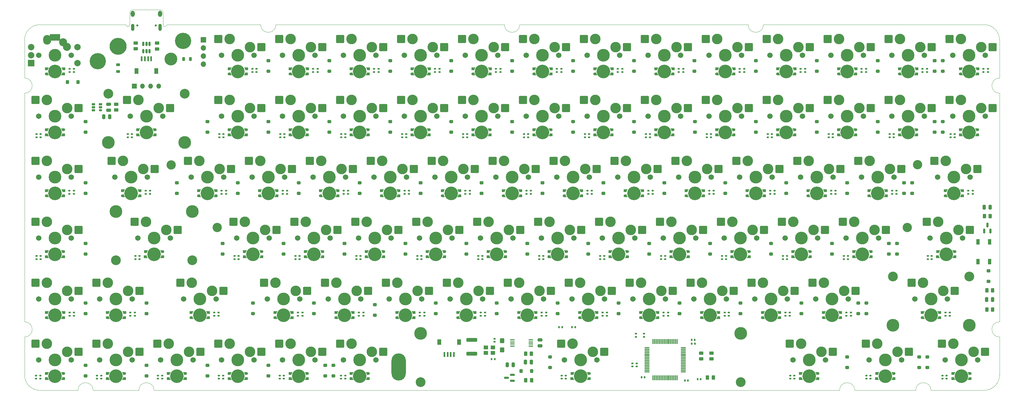
<source format=gts>
%TF.GenerationSoftware,KiCad,Pcbnew,(6.0.2-0)*%
%TF.CreationDate,2022-04-22T07:40:39+07:00*%
%TF.ProjectId,kb-lone,6b622d6c-6f6e-4652-9e6b-696361645f70,rev?*%
%TF.SameCoordinates,Original*%
%TF.FileFunction,Soldermask,Top*%
%TF.FilePolarity,Negative*%
%FSLAX46Y46*%
G04 Gerber Fmt 4.6, Leading zero omitted, Abs format (unit mm)*
G04 Created by KiCad (PCBNEW (6.0.2-0)) date 2022-04-22 07:40:39*
%MOMM*%
%LPD*%
G01*
G04 APERTURE LIST*
G04 Aperture macros list*
%AMRoundRect*
0 Rectangle with rounded corners*
0 $1 Rounding radius*
0 $2 $3 $4 $5 $6 $7 $8 $9 X,Y pos of 4 corners*
0 Add a 4 corners polygon primitive as box body*
4,1,4,$2,$3,$4,$5,$6,$7,$8,$9,$2,$3,0*
0 Add four circle primitives for the rounded corners*
1,1,$1+$1,$2,$3*
1,1,$1+$1,$4,$5*
1,1,$1+$1,$6,$7*
1,1,$1+$1,$8,$9*
0 Add four rect primitives between the rounded corners*
20,1,$1+$1,$2,$3,$4,$5,0*
20,1,$1+$1,$4,$5,$6,$7,0*
20,1,$1+$1,$6,$7,$8,$9,0*
20,1,$1+$1,$8,$9,$2,$3,0*%
%AMOutline4P*
0 Free polygon, 4 corners , with rotation*
0 The origin of the aperture is its center*
0 number of corners: always 4*
0 $1 to $8 corner X, Y*
0 $9 Rotation angle, in degrees counterclockwise*
0 create outline with 4 corners*
4,1,4,$1,$2,$3,$4,$5,$6,$7,$8,$1,$2,$9*%
%AMFreePoly0*
4,1,34,0.539142,0.394142,0.545000,0.380000,0.545000,-0.380000,0.542091,-0.387023,0.539183,-0.394101,0.539154,-0.394113,0.539142,-0.394142,0.532183,-0.397025,0.525059,-0.400000,-0.345813,-0.402541,-0.359972,-0.396724,-0.365871,-0.382599,-0.363699,-0.377313,-0.368760,-0.369759,-0.367711,-0.364454,-0.414942,-0.174744,-0.481229,0.014483,-0.564791,0.196743,-0.661662,0.364831,-0.664142,0.365858,
-0.665002,0.367933,-0.666846,0.369219,-0.667839,0.374782,-0.670000,0.380000,-0.669140,0.382076,-0.669535,0.384289,-0.666303,0.388925,-0.664142,0.394142,-0.662067,0.395002,-0.660781,0.396846,-0.655218,0.397839,-0.650000,0.400000,0.525000,0.400000,0.539142,0.394142,0.539142,0.394142,$1*%
%AMFreePoly1*
4,1,31,0.525059,0.400000,0.532183,0.397025,0.539142,0.394142,0.539154,0.394113,0.539183,0.394101,0.542091,0.387023,0.545000,0.380000,0.545000,-0.380000,0.539142,-0.394142,0.525000,-0.400000,-0.650000,-0.400000,-0.664142,-0.394142,-0.670000,-0.380000,-0.664142,-0.365858,-0.650000,-0.360000,-0.648190,-0.360000,-0.651289,-0.355700,-0.648837,-0.340590,-0.644563,-0.337510,-0.551652,-0.170706,
-0.472266,0.008286,-0.409428,0.193736,-0.364796,0.379382,-0.365041,0.380580,-0.365871,0.382599,-0.365592,0.383267,-0.365853,0.384541,-0.363693,0.387815,-0.359972,0.396724,-0.345813,0.402541,0.525059,0.400000,0.525059,0.400000,$1*%
%AMFreePoly2*
4,1,37,0.319736,0.407785,0.429772,0.357533,0.521194,0.278316,0.586594,0.176551,0.620674,0.060484,0.620674,-0.060484,0.586594,-0.176551,0.521194,-0.278316,0.429772,-0.357533,0.319736,-0.407785,0.200000,-0.425000,-0.275000,-0.425000,-0.292678,-0.417678,-0.300000,-0.400000,-0.295932,-0.390178,-0.304622,-0.376884,-0.303509,-0.371571,-0.349452,-0.176407,-0.414314,0.018609,-0.496418,0.207015,
-0.592283,0.382137,-0.592678,0.382301,-0.593020,0.383127,-0.597072,0.386095,-0.598748,0.396955,-0.600000,0.399978,-0.599427,0.401360,-0.599990,0.405006,-0.595222,0.411514,-0.592678,0.417657,-0.589869,0.418820,-0.588682,0.420441,-0.584339,0.421111,-0.575001,0.424979,0.199999,0.425000,0.200000,0.425000,0.319736,0.407785,0.319736,0.407785,$1*%
%AMFreePoly3*
4,1,31,0.525059,0.400000,0.532183,0.397025,0.539142,0.394142,0.539154,0.394113,0.539183,0.394101,0.542091,0.387023,0.545000,0.380000,0.545000,-0.380000,0.539142,-0.394142,0.525000,-0.400000,-0.650000,-0.400000,-0.664142,-0.394142,-0.670000,-0.380000,-0.664142,-0.365858,-0.650000,-0.360000,-0.643880,-0.360000,-0.649295,-0.352515,-0.646869,-0.337401,-0.642723,-0.334402,-0.550455,-0.168159,
-0.471645,0.010057,-0.409230,0.194655,-0.364826,0.379527,-0.365042,0.380581,-0.365871,0.382599,-0.365592,0.383267,-0.365853,0.384541,-0.363693,0.387815,-0.359972,0.396724,-0.345813,0.402541,0.525059,0.400000,0.525059,0.400000,$1*%
%AMFreePoly4*
4,1,37,0.319736,0.407785,0.429772,0.357533,0.521194,0.278316,0.586594,0.176551,0.620674,0.060484,0.620674,-0.060484,0.586594,-0.176551,0.521194,-0.278316,0.429772,-0.357533,0.319736,-0.407785,0.200000,-0.425000,-0.275000,-0.425000,-0.292678,-0.417678,-0.300000,-0.400000,-0.295931,-0.390175,-0.304623,-0.376877,-0.303510,-0.371564,-0.349454,-0.176402,-0.414315,0.018612,-0.496419,0.207017,
-0.592283,0.382137,-0.592678,0.382301,-0.593020,0.383127,-0.597072,0.386095,-0.598748,0.396955,-0.600000,0.399978,-0.599427,0.401360,-0.599990,0.405006,-0.595222,0.411514,-0.592678,0.417657,-0.589869,0.418820,-0.588682,0.420441,-0.584339,0.421111,-0.575001,0.424979,0.199999,0.425000,0.200000,0.425000,0.319736,0.407785,0.319736,0.407785,$1*%
G04 Aperture macros list end*
%TA.AperFunction,Profile*%
%ADD10C,0.100000*%
%TD*%
%ADD11C,4.250000*%
%ADD12FreePoly0,180.000000*%
%ADD13FreePoly1,180.000000*%
%ADD14FreePoly2,0.000000*%
%ADD15FreePoly1,0.000000*%
%ADD16RoundRect,0.250000X0.350000X-0.250000X0.350000X0.250000X-0.350000X0.250000X-0.350000X-0.250000X0*%
%ADD17RoundRect,0.140000X-0.170000X0.140000X-0.170000X-0.140000X0.170000X-0.140000X0.170000X0.140000X0*%
%ADD18FreePoly0,0.000000*%
%ADD19FreePoly3,0.000000*%
%ADD20FreePoly4,180.000000*%
%ADD21FreePoly3,180.000000*%
%ADD22C,3.302000*%
%ADD23C,1.701800*%
%ADD24C,3.987800*%
%ADD25RoundRect,0.254000X-1.016000X-1.016000X1.016000X-1.016000X1.016000X1.016000X-1.016000X1.016000X0*%
%ADD26RoundRect,0.140000X0.140000X0.170000X-0.140000X0.170000X-0.140000X-0.170000X0.140000X-0.170000X0*%
%ADD27RoundRect,0.140000X0.170000X-0.140000X0.170000X0.140000X-0.170000X0.140000X-0.170000X-0.140000X0*%
%ADD28FreePoly4,0.000000*%
%ADD29RoundRect,0.200000X-0.537500X0.000000X0.537500X0.000000X0.537500X0.000000X-0.537500X0.000000X0*%
%ADD30R,1.475000X0.400000*%
%ADD31R,0.600000X1.550000*%
%ADD32C,0.400000*%
%ADD33R,1.200000X1.800000*%
%ADD34C,4.000000*%
%ADD35C,5.300000*%
%ADD36O,2.500000X3.000000*%
%ADD37C,2.500000*%
%ADD38R,1.100000X1.800000*%
%ADD39RoundRect,0.150000X0.587500X0.150000X-0.587500X0.150000X-0.587500X-0.150000X0.587500X-0.150000X0*%
%ADD40RoundRect,0.250000X0.450000X-0.262500X0.450000X0.262500X-0.450000X0.262500X-0.450000X-0.262500X0*%
%ADD41RoundRect,0.150000X0.150000X-0.512500X0.150000X0.512500X-0.150000X0.512500X-0.150000X-0.512500X0*%
%ADD42RoundRect,0.250000X0.475000X-0.250000X0.475000X0.250000X-0.475000X0.250000X-0.475000X-0.250000X0*%
%ADD43RoundRect,0.250000X-0.250000X-0.475000X0.250000X-0.475000X0.250000X0.475000X-0.250000X0.475000X0*%
%ADD44RoundRect,0.250000X-0.425000X0.537500X-0.425000X-0.537500X0.425000X-0.537500X0.425000X0.537500X0*%
%ADD45RoundRect,0.250000X-0.262500X-0.450000X0.262500X-0.450000X0.262500X0.450000X-0.262500X0.450000X0*%
%ADD46RoundRect,0.250000X0.250000X0.350000X-0.250000X0.350000X-0.250000X-0.350000X0.250000X-0.350000X0*%
%ADD47RoundRect,0.140000X-0.140000X-0.170000X0.140000X-0.170000X0.140000X0.170000X-0.140000X0.170000X0*%
%ADD48RoundRect,0.218750X0.218750X0.381250X-0.218750X0.381250X-0.218750X-0.381250X0.218750X-0.381250X0*%
%ADD49R,1.524000X1.524000*%
%ADD50O,1.524000X1.524000*%
%ADD51RoundRect,0.150000X0.150000X-0.587500X0.150000X0.587500X-0.150000X0.587500X-0.150000X-0.587500X0*%
%ADD52C,3.048000*%
%ADD53RoundRect,0.135000X-0.135000X-0.185000X0.135000X-0.185000X0.135000X0.185000X-0.135000X0.185000X0*%
%ADD54RoundRect,0.250000X-0.450000X0.262500X-0.450000X-0.262500X0.450000X-0.262500X0.450000X0.262500X0*%
%ADD55RoundRect,0.250000X0.262500X0.450000X-0.262500X0.450000X-0.262500X-0.450000X0.262500X-0.450000X0*%
%ADD56RoundRect,0.250000X-1.450000X0.312500X-1.450000X-0.312500X1.450000X-0.312500X1.450000X0.312500X0*%
%ADD57RoundRect,0.325000X0.205000X0.000000X-0.205000X0.000000X-0.205000X0.000000X0.205000X0.000000X0*%
%ADD58R,1.060000X0.650000*%
%ADD59RoundRect,0.218750X-0.381250X0.218750X-0.381250X-0.218750X0.381250X-0.218750X0.381250X0.218750X0*%
%ADD60R,1.400000X1.200000*%
%ADD61O,4.500000X8.500000*%
%ADD62RoundRect,0.250000X0.250000X0.475000X-0.250000X0.475000X-0.250000X-0.475000X0.250000X-0.475000X0*%
%ADD63RoundRect,0.150000X-0.625000X0.000000X0.625000X0.000000X0.625000X0.000000X-0.625000X0.000000X0*%
%ADD64Outline4P,-0.775000X-0.150000X0.775000X-0.150000X0.775000X0.150000X-0.775000X0.150000X0.000000*%
%ADD65Outline4P,-0.150000X-0.775000X0.150000X-0.775000X0.150000X0.775000X-0.150000X0.775000X0.000000*%
%ADD66RoundRect,0.135000X0.135000X0.185000X-0.135000X0.185000X-0.135000X-0.185000X0.135000X-0.185000X0*%
%ADD67C,2.900000*%
%ADD68R,1.700000X1.700000*%
%ADD69O,1.700000X1.700000*%
%ADD70C,5.080000*%
%ADD71R,2.000000X2.000000*%
%ADD72C,2.000000*%
%ADD73R,3.200000X2.000000*%
%ADD74C,0.650000*%
%ADD75O,1.100000X2.200000*%
%ADD76O,1.300000X1.900000*%
G04 APERTURE END LIST*
D10*
X311943750Y-169068750D02*
X330993750Y-169068750D01*
X92868750Y-169068750D02*
X307181250Y-169068750D01*
X126206250Y-54768750D02*
G75*
G03*
X130968750Y-54768750I2381250J0D01*
G01*
X95690000Y-54768842D02*
G75*
G03*
X96880626Y-54768796I595313J0D01*
G01*
X357187500Y-164306250D02*
X357187500Y-152400000D01*
X95692892Y-51087104D02*
X95690000Y-54768842D01*
X57150000Y-169068750D02*
X69056250Y-169068750D01*
X73818750Y-169068750D02*
X88106250Y-169068750D01*
X357187500Y-71437500D02*
G75*
G03*
X357187500Y-76200000I0J-2381250D01*
G01*
X335756250Y-169068750D02*
G75*
G03*
X330993750Y-169068750I-2381250J0D01*
G01*
X52387500Y-59531250D02*
X52387500Y-71437500D01*
X52387500Y-164306250D02*
G75*
G03*
X57150000Y-169068750I4762500J0D01*
G01*
X126206250Y-54768750D02*
X96880626Y-54768796D01*
X352425000Y-54768750D02*
X283368750Y-54768750D01*
X357187500Y-147637500D02*
X357187500Y-76200000D01*
X86287104Y-50087108D02*
X94692896Y-50087108D01*
X85287108Y-51087104D02*
X85287108Y-54768750D01*
X57150000Y-54768750D02*
G75*
G03*
X52387500Y-59531250I0J-4762500D01*
G01*
X202406250Y-54768750D02*
G75*
G03*
X207168750Y-54768750I2381250J0D01*
G01*
X278606250Y-54768750D02*
G75*
G03*
X283368750Y-54768750I2381250J0D01*
G01*
X352425000Y-169068750D02*
G75*
G03*
X357187500Y-164306250I0J4762500D01*
G01*
X95692892Y-51087104D02*
G75*
G03*
X94692896Y-50087108I-999996J0D01*
G01*
X84096482Y-54768796D02*
G75*
G03*
X85287108Y-54768750I595313J0D01*
G01*
X311943750Y-169068750D02*
G75*
G03*
X307181250Y-169068750I-2381250J0D01*
G01*
X84096482Y-54768796D02*
X57150000Y-54768750D01*
X335756250Y-169068750D02*
X352425000Y-169068750D01*
X357187500Y-59531250D02*
G75*
G03*
X352425000Y-54768750I-4762500J0D01*
G01*
X278606250Y-54768750D02*
X207168750Y-54768750D01*
X357187500Y-71437500D02*
X357187500Y-59531250D01*
X357187500Y-147637500D02*
G75*
G03*
X357187500Y-152400000I0J-2381250D01*
G01*
X73818750Y-169068750D02*
G75*
G03*
X69056250Y-169068750I-2381250J0D01*
G01*
X86287104Y-50087108D02*
G75*
G03*
X85287108Y-51087104I0J-999996D01*
G01*
X52387500Y-76200000D02*
X52387500Y-147637500D01*
X52387500Y-152400000D02*
G75*
G03*
X52387500Y-147637500I0J2381250D01*
G01*
X52387500Y-76200000D02*
G75*
G03*
X52387500Y-71437500I0J2381250D01*
G01*
X52387500Y-152400000D02*
X52387500Y-164306250D01*
X92868750Y-169068750D02*
G75*
G03*
X88106250Y-169068750I-2381250J0D01*
G01*
X202406250Y-54768750D02*
X130968750Y-54768750D01*
D11*
%TO.C,D131*%
X295275000Y-126520000D03*
D12*
X292608000Y-127320000D03*
D13*
X292633400Y-125720000D03*
D14*
X297840400Y-125720000D03*
D15*
X297916600Y-127320000D03*
%TD*%
D16*
%TO.C,D20*%
X300040000Y-88380000D03*
X300040000Y-85080000D03*
%TD*%
%TO.C,D70*%
X161930000Y-145580000D03*
X161930000Y-142280000D03*
%TD*%
D17*
%TO.C,R80*%
X196390000Y-144770000D03*
X196390000Y-145730000D03*
%TD*%
%TO.C,R18*%
X296400000Y-68570000D03*
X296400000Y-69530000D03*
%TD*%
D16*
%TO.C,D40*%
X195260000Y-107490000D03*
X195260000Y-104190000D03*
%TD*%
D11*
%TO.C,D143*%
X335756250Y-145570000D03*
D18*
X338423250Y-144770000D03*
D19*
X338397850Y-146370000D03*
D20*
X333190850Y-146370000D03*
D21*
X333114650Y-144770000D03*
%TD*%
D16*
%TO.C,D84*%
X71430000Y-164580000D03*
X71430000Y-161280000D03*
%TD*%
D22*
%TO.C,SW56*%
X140335000Y-116363750D03*
X146685000Y-118903750D03*
D23*
X137795000Y-121443750D03*
X147955000Y-121443750D03*
D24*
X142875000Y-121443750D03*
D25*
X136779000Y-116363750D03*
X150241000Y-118903750D03*
%TD*%
D22*
%TO.C,SW33*%
X303847500Y-99853750D03*
X297497500Y-97313750D03*
D23*
X305117500Y-102393750D03*
D24*
X300037500Y-102393750D03*
D23*
X294957500Y-102393750D03*
D25*
X293941500Y-97313750D03*
X307403500Y-99853750D03*
%TD*%
D22*
%TO.C,SW72*%
X84772500Y-137953750D03*
D24*
X80962500Y-140493750D03*
D22*
X78422500Y-135413750D03*
D23*
X75882500Y-140493750D03*
X86042500Y-140493750D03*
D25*
X74866500Y-135413750D03*
X88328500Y-137953750D03*
%TD*%
D11*
%TO.C,D96*%
X138112500Y-69370000D03*
D18*
X140779500Y-68570000D03*
D19*
X140754100Y-70170000D03*
D20*
X135547100Y-70170000D03*
D21*
X135470900Y-68570000D03*
%TD*%
D16*
%TO.C,D41*%
X176200000Y-107490000D03*
X176200000Y-104190000D03*
%TD*%
D26*
%TO.C,C9*%
X199380000Y-159350000D03*
X198420000Y-159350000D03*
%TD*%
D27*
%TO.C,C93*%
X293040000Y-165420000D03*
X293040000Y-164460000D03*
%TD*%
D11*
%TO.C,D158*%
X321468750Y-164620000D03*
D12*
X318801750Y-165420000D03*
D21*
X318827150Y-163820000D03*
D28*
X324034150Y-163820000D03*
D19*
X324110350Y-165420000D03*
%TD*%
D17*
%TO.C,C55*%
X209300000Y-106670000D03*
X209300000Y-107630000D03*
%TD*%
%TO.C,C34*%
X324090000Y-88980000D03*
X324090000Y-89940000D03*
%TD*%
D23*
%TO.C,SW7*%
X257492500Y-64293750D03*
X247332500Y-64293750D03*
D22*
X249872500Y-59213750D03*
X256222500Y-61753750D03*
D24*
X252412500Y-64293750D03*
D25*
X246316500Y-59213750D03*
X259778500Y-61753750D03*
%TD*%
D17*
%TO.C,R68*%
X156150000Y-127080000D03*
X156150000Y-128040000D03*
%TD*%
D16*
%TO.C,D37*%
X252410000Y-107490000D03*
X252410000Y-104190000D03*
%TD*%
D17*
%TO.C,C69*%
X214550000Y-127080000D03*
X214550000Y-128040000D03*
%TD*%
D16*
%TO.C,D79*%
X148920000Y-164580000D03*
X148920000Y-161280000D03*
%TD*%
D17*
%TO.C,R36*%
X208540000Y-88980000D03*
X208540000Y-89940000D03*
%TD*%
D22*
%TO.C,SW81*%
X103822500Y-157003750D03*
D24*
X100012500Y-159543750D03*
D23*
X105092500Y-159543750D03*
X94932500Y-159543750D03*
D22*
X97472500Y-154463750D03*
D25*
X93916500Y-154463750D03*
X107378500Y-157003750D03*
%TD*%
D16*
%TO.C,D13*%
X166690000Y-69300000D03*
X166690000Y-66000000D03*
%TD*%
D11*
%TO.C,D110*%
X138112500Y-88420000D03*
D12*
X135445500Y-89220000D03*
D21*
X135470900Y-87620000D03*
D28*
X140677900Y-87620000D03*
D19*
X140754100Y-89220000D03*
%TD*%
D29*
%TO.C,U3*%
X204907500Y-153287500D03*
D30*
X204907500Y-153937500D03*
X204907500Y-154587500D03*
X204907500Y-155237500D03*
X210632500Y-155237500D03*
X210632500Y-154587500D03*
X210632500Y-153937500D03*
X210632500Y-153287500D03*
%TD*%
D23*
%TO.C,SW70*%
X128270000Y-140493750D03*
X138430000Y-140493750D03*
D24*
X133350000Y-140493750D03*
D22*
X137160000Y-137953750D03*
X130810000Y-135413750D03*
D25*
X127254000Y-135413750D03*
X140716000Y-137953750D03*
%TD*%
D17*
%TO.C,C72*%
X157410000Y-127080000D03*
X157410000Y-128040000D03*
%TD*%
D27*
%TO.C,C7*%
X243540000Y-152340000D03*
X243540000Y-151380000D03*
%TD*%
D17*
%TO.C,C40*%
X209800000Y-88980000D03*
X209800000Y-89940000D03*
%TD*%
D16*
%TO.C,D28*%
X147640000Y-88390000D03*
X147640000Y-85090000D03*
%TD*%
D17*
%TO.C,R67*%
X175190000Y-127080000D03*
X175190000Y-128040000D03*
%TD*%
%TO.C,C76*%
X57380000Y-127080000D03*
X57380000Y-128040000D03*
%TD*%
%TO.C,C73*%
X138350000Y-127080000D03*
X138350000Y-128040000D03*
%TD*%
D16*
%TO.C,D72*%
X123820000Y-145110000D03*
X123820000Y-141810000D03*
%TD*%
D23*
%TO.C,SW37*%
X228917500Y-102393750D03*
D22*
X221297500Y-97313750D03*
X227647500Y-99853750D03*
D23*
X218757500Y-102393750D03*
D24*
X223837500Y-102393750D03*
D25*
X217741500Y-97313750D03*
X231203500Y-99853750D03*
%TD*%
D11*
%TO.C,D117*%
X280987500Y-107470000D03*
D18*
X283654500Y-106670000D03*
D19*
X283629100Y-108270000D03*
D20*
X278422100Y-108270000D03*
D21*
X278345900Y-106670000D03*
%TD*%
D11*
%TO.C,D148*%
X228600000Y-145570000D03*
D18*
X231267000Y-144770000D03*
D19*
X231241600Y-146370000D03*
D20*
X226034600Y-146370000D03*
D21*
X225958400Y-144770000D03*
%TD*%
D17*
%TO.C,C67*%
X252660000Y-127080000D03*
X252660000Y-128040000D03*
%TD*%
%TO.C,R76*%
X272590000Y-144770000D03*
X272590000Y-145730000D03*
%TD*%
%TO.C,C50*%
X304570000Y-106670000D03*
X304570000Y-107630000D03*
%TD*%
D16*
%TO.C,D7*%
X280990000Y-69280000D03*
X280990000Y-65980000D03*
%TD*%
D31*
%TO.C,J2*%
X89000000Y-65375000D03*
X90000000Y-65375000D03*
X91000000Y-65375000D03*
X92000000Y-65375000D03*
D32*
X87750000Y-69250000D03*
X94000000Y-69950000D03*
D33*
X93600000Y-69250000D03*
D32*
X87800000Y-69950000D03*
X87050000Y-69250000D03*
X93200000Y-69950000D03*
X87800000Y-68550000D03*
X94000000Y-68550000D03*
D33*
X87400000Y-69250000D03*
D32*
X93950000Y-69250000D03*
X93200000Y-68550000D03*
X87000000Y-68550000D03*
X93250000Y-69250000D03*
X87000000Y-69950000D03*
%TD*%
D16*
%TO.C,D10*%
X223830000Y-69280000D03*
X223830000Y-65980000D03*
%TD*%
D22*
%TO.C,SW54*%
X184785000Y-118903750D03*
D23*
X175895000Y-121443750D03*
X186055000Y-121443750D03*
D22*
X178435000Y-116363750D03*
D24*
X180975000Y-121443750D03*
D25*
X174879000Y-116363750D03*
X188341000Y-118903750D03*
%TD*%
D17*
%TO.C,R45*%
X324990000Y-106670000D03*
X324990000Y-107630000D03*
%TD*%
D24*
%TO.C,SW6*%
X271462500Y-64293750D03*
D22*
X275272500Y-61753750D03*
X268922500Y-59213750D03*
D23*
X266382500Y-64293750D03*
X276542500Y-64293750D03*
D25*
X265366500Y-59213750D03*
X278828500Y-61753750D03*
%TD*%
D11*
%TO.C,D119*%
X242887500Y-107470000D03*
D18*
X245554500Y-106670000D03*
D19*
X245529100Y-108270000D03*
D20*
X240322100Y-108270000D03*
D21*
X240245900Y-106670000D03*
%TD*%
D16*
%TO.C,D30*%
X109540000Y-88380000D03*
X109540000Y-85080000D03*
%TD*%
D11*
%TO.C,D111*%
X119062500Y-88420000D03*
D12*
X116395500Y-89220000D03*
D21*
X116420900Y-87620000D03*
D28*
X121627900Y-87620000D03*
D19*
X121704100Y-89220000D03*
%TD*%
D23*
%TO.C,SW74*%
X350361250Y-159543750D03*
D22*
X349091250Y-157003750D03*
D23*
X340201250Y-159543750D03*
D24*
X345281250Y-159543750D03*
D22*
X342741250Y-154463750D03*
D25*
X339185250Y-154463750D03*
X352647250Y-157003750D03*
%TD*%
D16*
%TO.C,D81*%
X128580000Y-164580000D03*
X128580000Y-161280000D03*
%TD*%
D22*
%TO.C,SW16*%
X351472500Y-80803750D03*
D24*
X347662500Y-83343750D03*
D22*
X345122500Y-78263750D03*
D23*
X342582500Y-83343750D03*
X352742500Y-83343750D03*
D25*
X341566500Y-78263750D03*
X355028500Y-80803750D03*
%TD*%
D11*
%TO.C,D123*%
X166687500Y-107470000D03*
D18*
X169354500Y-106670000D03*
D19*
X169329100Y-108270000D03*
D20*
X164122100Y-108270000D03*
D21*
X164045900Y-106670000D03*
%TD*%
D17*
%TO.C,R24*%
X182100000Y-68570000D03*
X182100000Y-69530000D03*
%TD*%
%TO.C,C88*%
X111710000Y-144770000D03*
X111710000Y-145730000D03*
%TD*%
D34*
%TO.C,H9*%
X98160000Y-65490000D03*
%TD*%
D17*
%TO.C,C53*%
X247390000Y-106670000D03*
X247390000Y-107630000D03*
%TD*%
%TO.C,C56*%
X190200000Y-106670000D03*
X190200000Y-107630000D03*
%TD*%
D16*
%TO.C,D58*%
X133350000Y-126480000D03*
X133350000Y-123180000D03*
%TD*%
%TO.C,D29*%
X128580000Y-88380000D03*
X128580000Y-85080000D03*
%TD*%
D23*
%TO.C,SW12*%
X162242500Y-64293750D03*
D24*
X157162500Y-64293750D03*
D23*
X152082500Y-64293750D03*
D22*
X160972500Y-61753750D03*
X154622500Y-59213750D03*
D25*
X151066500Y-59213750D03*
X164528500Y-61753750D03*
%TD*%
D16*
%TO.C,D74*%
X71430000Y-145110000D03*
X71430000Y-141810000D03*
%TD*%
D11*
%TO.C,D149*%
X209550000Y-145570000D03*
D18*
X212217000Y-144770000D03*
D19*
X212191600Y-146370000D03*
D20*
X206984600Y-146370000D03*
D21*
X206908400Y-144770000D03*
%TD*%
D22*
%TO.C,SW75*%
X318928750Y-154463750D03*
D24*
X321468750Y-159543750D03*
D23*
X316388750Y-159543750D03*
D22*
X325278750Y-157003750D03*
D23*
X326548750Y-159543750D03*
D25*
X315372750Y-154463750D03*
X328834750Y-157003750D03*
%TD*%
D22*
%TO.C,SW39*%
X189547500Y-99853750D03*
D23*
X190817500Y-102393750D03*
D24*
X185737500Y-102393750D03*
D23*
X180657500Y-102393750D03*
D22*
X183197500Y-97313750D03*
D25*
X179641500Y-97313750D03*
X193103500Y-99853750D03*
%TD*%
D11*
%TO.C,D159*%
X297656250Y-164620000D03*
D12*
X294989250Y-165420000D03*
D21*
X295014650Y-163820000D03*
D28*
X300221650Y-163820000D03*
D19*
X300297850Y-165420000D03*
%TD*%
D17*
%TO.C,R50*%
X229730000Y-106670000D03*
X229730000Y-107630000D03*
%TD*%
D16*
%TO.C,D3*%
X339420000Y-69280000D03*
X339420000Y-65980000D03*
%TD*%
D17*
%TO.C,R21*%
X239260000Y-68570000D03*
X239260000Y-69530000D03*
%TD*%
%TO.C,C30*%
X142610000Y-68570000D03*
X142610000Y-69530000D03*
%TD*%
%TO.C,R38*%
X170430000Y-88980000D03*
X170430000Y-89940000D03*
%TD*%
D16*
%TO.C,D18*%
X336860000Y-88380000D03*
X336860000Y-85080000D03*
%TD*%
%TO.C,D55*%
X190500000Y-126480000D03*
X190500000Y-123180000D03*
%TD*%
D22*
%TO.C,SW11*%
X180022500Y-61753750D03*
D23*
X171132500Y-64293750D03*
D24*
X176212500Y-64293750D03*
D23*
X181292500Y-64293750D03*
D22*
X173672500Y-59213750D03*
D25*
X170116500Y-59213750D03*
X183578500Y-61753750D03*
%TD*%
D35*
%TO.C,H1*%
X81650000Y-61510000D03*
%TD*%
D16*
%TO.C,D52*%
X247650000Y-126480000D03*
X247650000Y-123180000D03*
%TD*%
D17*
%TO.C,R81*%
X177350000Y-144770000D03*
X177350000Y-145730000D03*
%TD*%
D11*
%TO.C,D136*%
X200025000Y-126520000D03*
D12*
X197358000Y-127320000D03*
D21*
X197383400Y-125720000D03*
D28*
X202590400Y-125720000D03*
D19*
X202666600Y-127320000D03*
%TD*%
D17*
%TO.C,R33*%
X265680000Y-88980000D03*
X265680000Y-89940000D03*
%TD*%
D27*
%TO.C,C12*%
X243740000Y-161620000D03*
X243740000Y-160660000D03*
%TD*%
D24*
%TO.C,SW15*%
X61912500Y-64293750D03*
D23*
X66992500Y-64293750D03*
X56832500Y-64293750D03*
D36*
X59412500Y-59493750D03*
D37*
X65612500Y-61693750D03*
X64412500Y-60293750D03*
%TD*%
D27*
%TO.C,R90*%
X220280000Y-165420000D03*
X220280000Y-164460000D03*
%TD*%
D11*
%TO.C,D88*%
X290512500Y-69370000D03*
D18*
X293179500Y-68570000D03*
D19*
X293154100Y-70170000D03*
D20*
X287947100Y-70170000D03*
D21*
X287870900Y-68570000D03*
%TD*%
D17*
%TO.C,C32*%
X66460000Y-68570000D03*
X66460000Y-69530000D03*
%TD*%
D16*
%TO.C,D76*%
X332100000Y-161920000D03*
X332100000Y-158620000D03*
%TD*%
D23*
%TO.C,SW27*%
X133032500Y-83343750D03*
D22*
X141922500Y-80803750D03*
D24*
X138112500Y-83343750D03*
D22*
X135572500Y-78263750D03*
D23*
X143192500Y-83343750D03*
D25*
X132016500Y-78263750D03*
X145478500Y-80803750D03*
%TD*%
D17*
%TO.C,R31*%
X303780000Y-88980000D03*
X303780000Y-89940000D03*
%TD*%
D16*
%TO.C,D57*%
X152400000Y-126480000D03*
X152400000Y-123180000D03*
%TD*%
D11*
%TO.C,D99*%
X347662500Y-88420000D03*
D12*
X344995500Y-89220000D03*
D21*
X345020900Y-87620000D03*
D28*
X350227900Y-87620000D03*
D19*
X350304100Y-89220000D03*
%TD*%
D17*
%TO.C,R15*%
X353590000Y-68570000D03*
X353590000Y-69530000D03*
%TD*%
D11*
%TO.C,D127*%
X85725000Y-107470000D03*
D18*
X88392000Y-106670000D03*
D19*
X88366600Y-108270000D03*
D20*
X83159600Y-108270000D03*
D21*
X83083400Y-106670000D03*
%TD*%
D11*
%TO.C,D95*%
X157162500Y-69370000D03*
D18*
X159829500Y-68570000D03*
D19*
X159804100Y-70170000D03*
D20*
X154597100Y-70170000D03*
D21*
X154520900Y-68570000D03*
%TD*%
D17*
%TO.C,R29*%
X341890000Y-88980000D03*
X341890000Y-89940000D03*
%TD*%
D23*
%TO.C,SW82*%
X86042500Y-159543750D03*
X75882500Y-159543750D03*
D22*
X84772500Y-157003750D03*
X78422500Y-154463750D03*
D24*
X80962500Y-159543750D03*
D25*
X74866500Y-154463750D03*
X88328500Y-157003750D03*
%TD*%
D17*
%TO.C,R25*%
X163060000Y-68570000D03*
X163060000Y-69530000D03*
%TD*%
D38*
%TO.C,SW1*%
X350420000Y-128820000D03*
X350420000Y-122620000D03*
X354120000Y-122620000D03*
X354120000Y-128820000D03*
%TD*%
D16*
%TO.C,D5*%
X319090000Y-69280000D03*
X319090000Y-65980000D03*
%TD*%
D39*
%TO.C,U2*%
X204927500Y-166100000D03*
X204927500Y-164200000D03*
X203052500Y-165150000D03*
%TD*%
D17*
%TO.C,R43*%
X56140000Y-88980000D03*
X56140000Y-89940000D03*
%TD*%
D16*
%TO.C,D71*%
X142880000Y-145110000D03*
X142880000Y-141810000D03*
%TD*%
D11*
%TO.C,D134*%
X238125000Y-126520000D03*
D12*
X235458000Y-127320000D03*
D21*
X235483400Y-125720000D03*
D28*
X240690400Y-125720000D03*
D19*
X240766600Y-127320000D03*
%TD*%
D22*
%TO.C,SW8*%
X230822500Y-59213750D03*
D24*
X233362500Y-64293750D03*
D22*
X237172500Y-61753750D03*
D23*
X228282500Y-64293750D03*
X238442500Y-64293750D03*
D25*
X227266500Y-59213750D03*
X240728500Y-61753750D03*
%TD*%
D17*
%TO.C,C59*%
X133090000Y-106670000D03*
X133090000Y-107630000D03*
%TD*%
D23*
%TO.C,SW71*%
X102076250Y-140493750D03*
X112236250Y-140493750D03*
D22*
X110966250Y-137953750D03*
D24*
X107156250Y-140493750D03*
D22*
X104616250Y-135413750D03*
D25*
X101060250Y-135413750D03*
X114522250Y-137953750D03*
%TD*%
D17*
%TO.C,C23*%
X275950000Y-68570000D03*
X275950000Y-69530000D03*
%TD*%
%TO.C,C70*%
X195510000Y-127080000D03*
X195510000Y-128040000D03*
%TD*%
D16*
%TO.C,D73*%
X90480000Y-145110000D03*
X90480000Y-141810000D03*
%TD*%
D11*
%TO.C,D163*%
X119062500Y-164620000D03*
D12*
X116395500Y-165420000D03*
D21*
X116420900Y-163820000D03*
D28*
X121627900Y-163820000D03*
D19*
X121704100Y-165420000D03*
%TD*%
D17*
%TO.C,R58*%
X67820000Y-106670000D03*
X67820000Y-107630000D03*
%TD*%
D40*
%TO.C,R2*%
X93810000Y-62352500D03*
X93810000Y-60527500D03*
%TD*%
D17*
%TO.C,R46*%
X305920000Y-106670000D03*
X305920000Y-107630000D03*
%TD*%
%TO.C,R64*%
X232360000Y-127080000D03*
X232360000Y-128040000D03*
%TD*%
D23*
%TO.C,SW83*%
X56832500Y-159543750D03*
D22*
X59372500Y-154463750D03*
D24*
X61912500Y-159543750D03*
D22*
X65722500Y-157003750D03*
D23*
X66992500Y-159543750D03*
D25*
X55816500Y-154463750D03*
X69278500Y-157003750D03*
%TD*%
D27*
%TO.C,R96*%
X55960000Y-165420000D03*
X55960000Y-164460000D03*
%TD*%
D16*
%TO.C,D21*%
X280980000Y-88380000D03*
X280980000Y-85080000D03*
%TD*%
D17*
%TO.C,R51*%
X210670000Y-106670000D03*
X210670000Y-107630000D03*
%TD*%
D41*
%TO.C,U1*%
X89540000Y-63027500D03*
X90490000Y-63027500D03*
X91440000Y-63027500D03*
X91440000Y-60752500D03*
X90490000Y-60752500D03*
X89540000Y-60752500D03*
%TD*%
D17*
%TO.C,C86*%
X156940000Y-144770000D03*
X156940000Y-145730000D03*
%TD*%
D16*
%TO.C,D63*%
X295270000Y-145110000D03*
X295270000Y-141810000D03*
%TD*%
D24*
%TO.C,SW41*%
X147637500Y-102393750D03*
D23*
X142557500Y-102393750D03*
D22*
X145097500Y-97313750D03*
X151447500Y-99853750D03*
D23*
X152717500Y-102393750D03*
D25*
X141541500Y-97313750D03*
X155003500Y-99853750D03*
%TD*%
D16*
%TO.C,D54*%
X209550000Y-126470000D03*
X209550000Y-123170000D03*
%TD*%
D17*
%TO.C,R28*%
X67810000Y-68570000D03*
X67810000Y-69530000D03*
%TD*%
%TO.C,C85*%
X175950000Y-144770000D03*
X175950000Y-145730000D03*
%TD*%
%TO.C,C45*%
X114530000Y-88980000D03*
X114530000Y-89940000D03*
%TD*%
D11*
%TO.C,D89*%
X271462500Y-69370000D03*
D18*
X274129500Y-68570000D03*
D19*
X274104100Y-70170000D03*
D20*
X268897100Y-70170000D03*
D21*
X268820900Y-68570000D03*
%TD*%
D17*
%TO.C,C84*%
X195030000Y-144770000D03*
X195030000Y-145730000D03*
%TD*%
D23*
%TO.C,SW9*%
X219392500Y-64293750D03*
D22*
X218122500Y-61753750D03*
X211772500Y-59213750D03*
D23*
X209232500Y-64293750D03*
D24*
X214312500Y-64293750D03*
D25*
X208216500Y-59213750D03*
X221678500Y-61753750D03*
%TD*%
D17*
%TO.C,C10*%
X199300000Y-152940000D03*
X199300000Y-153900000D03*
%TD*%
D24*
%TO.C,SW69*%
X152400000Y-140493750D03*
D23*
X157480000Y-140493750D03*
D22*
X156210000Y-137953750D03*
D23*
X147320000Y-140493750D03*
D22*
X149860000Y-135413750D03*
D25*
X146304000Y-135413750D03*
X159766000Y-137953750D03*
%TD*%
D11*
%TO.C,D141*%
X92868750Y-126520000D03*
D12*
X90201750Y-127320000D03*
D21*
X90227150Y-125720000D03*
D28*
X95434150Y-125720000D03*
D19*
X95510350Y-127320000D03*
%TD*%
D31*
%TO.C,J3*%
X186640000Y-157865000D03*
X185640000Y-157865000D03*
X184640000Y-157865000D03*
X183640000Y-157865000D03*
D32*
X182440000Y-153290000D03*
X188640000Y-154690000D03*
X181640000Y-154690000D03*
X187890000Y-153990000D03*
X182440000Y-154690000D03*
X188590000Y-153990000D03*
X188640000Y-153290000D03*
X181640000Y-153290000D03*
X187840000Y-154690000D03*
D33*
X188240000Y-153990000D03*
D32*
X187840000Y-153290000D03*
D33*
X182040000Y-153990000D03*
D32*
X181690000Y-153990000D03*
X182390000Y-153990000D03*
%TD*%
D17*
%TO.C,C83*%
X214090000Y-144770000D03*
X214090000Y-145730000D03*
%TD*%
D11*
%TO.C,D137*%
X180975000Y-126520000D03*
D12*
X178308000Y-127320000D03*
D21*
X178333400Y-125720000D03*
D28*
X183540400Y-125720000D03*
D19*
X183616600Y-127320000D03*
%TD*%
D11*
%TO.C,D155*%
X80962500Y-145570000D03*
D18*
X83629500Y-144770000D03*
D19*
X83604100Y-146370000D03*
D20*
X78397100Y-146370000D03*
D21*
X78320900Y-144770000D03*
%TD*%
D17*
%TO.C,C41*%
X190750000Y-88980000D03*
X190750000Y-89940000D03*
%TD*%
%TO.C,C48*%
X347390000Y-106670000D03*
X347390000Y-107630000D03*
%TD*%
D22*
%TO.C,SW18*%
X307022500Y-78263750D03*
D24*
X309562500Y-83343750D03*
D23*
X304482500Y-83343750D03*
D22*
X313372500Y-80803750D03*
D23*
X314642500Y-83343750D03*
D25*
X303466500Y-78263750D03*
X316928500Y-80803750D03*
%TD*%
D27*
%TO.C,R95*%
X75040000Y-165420000D03*
X75040000Y-164460000D03*
%TD*%
D17*
%TO.C,R65*%
X213290000Y-127080000D03*
X213290000Y-128040000D03*
%TD*%
D24*
%TO.C,SW24*%
X195262500Y-83343750D03*
D22*
X199072500Y-80803750D03*
D23*
X200342500Y-83343750D03*
D22*
X192722500Y-78263750D03*
D23*
X190182500Y-83343750D03*
D25*
X189166500Y-78263750D03*
X202628500Y-80803750D03*
%TD*%
D16*
%TO.C,D42*%
X157160000Y-107490000D03*
X157160000Y-104190000D03*
%TD*%
D11*
%TO.C,D100*%
X328612500Y-88420000D03*
D12*
X325945500Y-89220000D03*
D21*
X325970900Y-87620000D03*
D28*
X331177900Y-87620000D03*
D19*
X331254100Y-89220000D03*
%TD*%
D17*
%TO.C,R26*%
X144010000Y-68570000D03*
X144010000Y-69530000D03*
%TD*%
%TO.C,C75*%
X88350000Y-127080000D03*
X88350000Y-128040000D03*
%TD*%
%TO.C,R57*%
X91630000Y-106670000D03*
X91630000Y-107630000D03*
%TD*%
D16*
%TO.C,D25*%
X204790000Y-88390000D03*
X204790000Y-85090000D03*
%TD*%
%TO.C,D75*%
X334650000Y-161920000D03*
X334650000Y-158620000D03*
%TD*%
D17*
%TO.C,C28*%
X180700000Y-68570000D03*
X180700000Y-69530000D03*
%TD*%
D16*
%TO.C,D66*%
X238120000Y-145110000D03*
X238120000Y-141810000D03*
%TD*%
%TO.C,D39*%
X214310000Y-107480000D03*
X214310000Y-104180000D03*
%TD*%
D27*
%TO.C,C6*%
X246070000Y-152340000D03*
X246070000Y-151380000D03*
%TD*%
D22*
%TO.C,SW44*%
X83185000Y-97313750D03*
D23*
X90805000Y-102393750D03*
D24*
X85725000Y-102393750D03*
D22*
X89535000Y-99853750D03*
D23*
X80645000Y-102393750D03*
D25*
X79629000Y-97313750D03*
X93091000Y-99853750D03*
%TD*%
D17*
%TO.C,C61*%
X90280000Y-106670000D03*
X90280000Y-107630000D03*
%TD*%
D42*
%TO.C,C17*%
X78660000Y-81527500D03*
X78660000Y-79627500D03*
%TD*%
D17*
%TO.C,C71*%
X176450000Y-127080000D03*
X176450000Y-128040000D03*
%TD*%
D16*
%TO.C,D44*%
X119060000Y-107480000D03*
X119060000Y-104180000D03*
%TD*%
D17*
%TO.C,R86*%
X67810000Y-144770000D03*
X67810000Y-145730000D03*
%TD*%
%TO.C,C79*%
X290260000Y-144770000D03*
X290260000Y-145730000D03*
%TD*%
D23*
%TO.C,SW31*%
X337820000Y-102393750D03*
D22*
X346710000Y-99853750D03*
D23*
X347980000Y-102393750D03*
D24*
X342900000Y-102393750D03*
D22*
X340360000Y-97313750D03*
D25*
X336804000Y-97313750D03*
X350266000Y-99853750D03*
%TD*%
D17*
%TO.C,C65*%
X290780000Y-127080000D03*
X290780000Y-128040000D03*
%TD*%
D43*
%TO.C,C5*%
X208970000Y-160220000D03*
X210870000Y-160220000D03*
%TD*%
D44*
%TO.C,C13*%
X201690000Y-153570000D03*
X201690000Y-156445000D03*
%TD*%
D11*
%TO.C,D156*%
X61912500Y-145570000D03*
D18*
X64579500Y-144770000D03*
D19*
X64554100Y-146370000D03*
D20*
X59347100Y-146370000D03*
D21*
X59270900Y-144770000D03*
%TD*%
D11*
%TO.C,D165*%
X80962500Y-164620000D03*
D12*
X78295500Y-165420000D03*
D21*
X78320900Y-163820000D03*
D28*
X83527900Y-163820000D03*
D19*
X83604100Y-165420000D03*
%TD*%
D17*
%TO.C,R85*%
X86850000Y-144770000D03*
X86850000Y-145730000D03*
%TD*%
D16*
%TO.C,D26*%
X185740000Y-88380000D03*
X185740000Y-85080000D03*
%TD*%
%TO.C,D11*%
X204780000Y-69280000D03*
X204780000Y-65980000D03*
%TD*%
D17*
%TO.C,R79*%
X215450000Y-144770000D03*
X215450000Y-145730000D03*
%TD*%
D11*
%TO.C,D151*%
X171450000Y-145570000D03*
D18*
X174117000Y-144770000D03*
D19*
X174091600Y-146370000D03*
D20*
X168884600Y-146370000D03*
D21*
X168808400Y-144770000D03*
%TD*%
D27*
%TO.C,C100*%
X57290000Y-165420000D03*
X57290000Y-164460000D03*
%TD*%
D17*
%TO.C,C60*%
X113990000Y-106670000D03*
X113990000Y-107630000D03*
%TD*%
D16*
%TO.C,D32*%
X329890000Y-107480000D03*
X329890000Y-104180000D03*
%TD*%
%TO.C,D64*%
X276230000Y-145110000D03*
X276230000Y-141810000D03*
%TD*%
D45*
%TO.C,R7*%
X209027500Y-157630000D03*
X210852500Y-157630000D03*
%TD*%
%TO.C,R3*%
X352457500Y-114600000D03*
X354282500Y-114600000D03*
%TD*%
D17*
%TO.C,R72*%
X56130000Y-127080000D03*
X56130000Y-128040000D03*
%TD*%
D27*
%TO.C,C95*%
X152680000Y-165440000D03*
X152680000Y-164480000D03*
%TD*%
D22*
%TO.C,SW78*%
X154622500Y-154463750D03*
D24*
X157162500Y-159543750D03*
D22*
X160972500Y-157003750D03*
D23*
X162242500Y-159543750D03*
X152082500Y-159543750D03*
D25*
X151066500Y-154463750D03*
X164528500Y-157003750D03*
%TD*%
D11*
%TO.C,D93*%
X195262500Y-69370000D03*
D18*
X197929500Y-68570000D03*
D19*
X197904100Y-70170000D03*
D20*
X192697100Y-70170000D03*
D21*
X192620900Y-68570000D03*
%TD*%
D17*
%TO.C,R83*%
X139250000Y-144770000D03*
X139250000Y-145730000D03*
%TD*%
D27*
%TO.C,C92*%
X316830000Y-165420000D03*
X316830000Y-164460000D03*
%TD*%
D23*
%TO.C,SW26*%
X162242500Y-83343750D03*
X152082500Y-83343750D03*
D22*
X160972500Y-80803750D03*
D24*
X157162500Y-83343750D03*
D22*
X154622500Y-78263750D03*
D25*
X151066500Y-78263750D03*
X164528500Y-80803750D03*
%TD*%
D16*
%TO.C,D48*%
X322570000Y-126470000D03*
X322570000Y-123170000D03*
%TD*%
D22*
%TO.C,SW46*%
X337978750Y-116363750D03*
X344328750Y-118903750D03*
D23*
X335438750Y-121443750D03*
X345598750Y-121443750D03*
D24*
X340518750Y-121443750D03*
D25*
X334422750Y-116363750D03*
X347884750Y-118903750D03*
%TD*%
D22*
%TO.C,SW50*%
X254635000Y-116363750D03*
D23*
X252095000Y-121443750D03*
X262255000Y-121443750D03*
D22*
X260985000Y-118903750D03*
D24*
X257175000Y-121443750D03*
D25*
X251079000Y-116363750D03*
X264541000Y-118903750D03*
%TD*%
D11*
%TO.C,D125*%
X128587500Y-107470000D03*
D18*
X131254500Y-106670000D03*
D19*
X131229100Y-108270000D03*
D20*
X126022100Y-108270000D03*
D21*
X125945900Y-106670000D03*
%TD*%
D16*
%TO.C,D45*%
X100010000Y-107480000D03*
X100010000Y-104180000D03*
%TD*%
D11*
%TO.C,D113*%
X61912500Y-88420000D03*
D12*
X59245500Y-89220000D03*
D21*
X59270900Y-87620000D03*
D28*
X64477900Y-87620000D03*
D19*
X64554100Y-89220000D03*
%TD*%
D11*
%TO.C,D140*%
X123825000Y-126520000D03*
D12*
X121158000Y-127320000D03*
D21*
X121183400Y-125720000D03*
D28*
X126390400Y-125720000D03*
D19*
X126466600Y-127320000D03*
%TD*%
D11*
%TO.C,D122*%
X185737500Y-107470000D03*
D18*
X188404500Y-106670000D03*
D19*
X188379100Y-108270000D03*
D20*
X183172100Y-108270000D03*
D21*
X183095900Y-106670000D03*
%TD*%
D46*
%TO.C,D16*%
X69110000Y-72700000D03*
X65810000Y-72700000D03*
%TD*%
D17*
%TO.C,C89*%
X85470000Y-144770000D03*
X85470000Y-145730000D03*
%TD*%
%TO.C,C20*%
X333130000Y-68570000D03*
X333130000Y-69530000D03*
%TD*%
%TO.C,R40*%
X132330000Y-88980000D03*
X132330000Y-89940000D03*
%TD*%
%TO.C,R73*%
X341640000Y-144770000D03*
X341640000Y-145730000D03*
%TD*%
D16*
%TO.C,D69*%
X180980000Y-145110000D03*
X180980000Y-141810000D03*
%TD*%
D27*
%TO.C,C99*%
X76350000Y-165420000D03*
X76350000Y-164460000D03*
%TD*%
D11*
%TO.C,D162*%
X138112500Y-164620000D03*
D12*
X135445500Y-165420000D03*
D21*
X135470900Y-163820000D03*
D28*
X140677900Y-163820000D03*
D19*
X140754100Y-165420000D03*
%TD*%
D24*
%TO.C,SW5*%
X290512500Y-64293750D03*
D22*
X287972500Y-59213750D03*
X294322500Y-61753750D03*
D23*
X285432500Y-64293750D03*
X295592500Y-64293750D03*
D25*
X284416500Y-59213750D03*
X297878500Y-61753750D03*
%TD*%
D11*
%TO.C,D107*%
X195262500Y-88420000D03*
D12*
X192595500Y-89220000D03*
D21*
X192620900Y-87620000D03*
D28*
X197827900Y-87620000D03*
D19*
X197904100Y-89220000D03*
%TD*%
D17*
%TO.C,C49*%
X323580000Y-106670000D03*
X323580000Y-107630000D03*
%TD*%
D16*
%TO.C,D35*%
X290510000Y-107480000D03*
X290510000Y-104180000D03*
%TD*%
D17*
%TO.C,C36*%
X285980000Y-88980000D03*
X285980000Y-89940000D03*
%TD*%
D47*
%TO.C,C14*%
X245280000Y-164960000D03*
X246240000Y-164960000D03*
%TD*%
D16*
%TO.C,D19*%
X319090000Y-88380000D03*
X319090000Y-85080000D03*
%TD*%
D11*
%TO.C,D86*%
X328612500Y-69370000D03*
D18*
X331279500Y-68570000D03*
D19*
X331254100Y-70170000D03*
D20*
X326047100Y-70170000D03*
D21*
X325970900Y-68570000D03*
%TD*%
D17*
%TO.C,C35*%
X305030000Y-88980000D03*
X305030000Y-89940000D03*
%TD*%
D11*
%TO.C,D142*%
X61912500Y-126520000D03*
D12*
X59245500Y-127320000D03*
D21*
X59270900Y-125720000D03*
D28*
X64477900Y-125720000D03*
D19*
X64554100Y-127320000D03*
%TD*%
D17*
%TO.C,C27*%
X199750000Y-68570000D03*
X199750000Y-69530000D03*
%TD*%
%TO.C,C90*%
X66440000Y-144770000D03*
X66440000Y-145730000D03*
%TD*%
D16*
%TO.C,D36*%
X271410000Y-107480000D03*
X271410000Y-104180000D03*
%TD*%
%TO.C,D46*%
X71440000Y-107490000D03*
X71440000Y-104190000D03*
%TD*%
D11*
%TO.C,D146*%
X266700000Y-145570000D03*
D18*
X269367000Y-144770000D03*
D19*
X269341600Y-146370000D03*
D20*
X264134600Y-146370000D03*
D21*
X264058400Y-144770000D03*
%TD*%
D23*
%TO.C,SW48*%
X290195000Y-121443750D03*
D22*
X292735000Y-116363750D03*
D24*
X295275000Y-121443750D03*
D23*
X300355000Y-121443750D03*
D22*
X299085000Y-118903750D03*
D25*
X289179000Y-116363750D03*
X302641000Y-118903750D03*
%TD*%
D42*
%TO.C,C3*%
X213550000Y-155190000D03*
X213550000Y-153290000D03*
%TD*%
D48*
%TO.C,FB2*%
X104272500Y-65490000D03*
X102147500Y-65490000D03*
%TD*%
D27*
%TO.C,R92*%
X132160000Y-165420000D03*
X132160000Y-164460000D03*
%TD*%
D45*
%TO.C,R5*%
X353227500Y-143830000D03*
X355052500Y-143830000D03*
%TD*%
D17*
%TO.C,R75*%
X291640000Y-144770000D03*
X291640000Y-145730000D03*
%TD*%
D24*
%TO.C,SW64*%
X247650000Y-140493750D03*
D23*
X252730000Y-140493750D03*
X242570000Y-140493750D03*
D22*
X251460000Y-137953750D03*
X245110000Y-135413750D03*
D25*
X241554000Y-135413750D03*
X255016000Y-137953750D03*
%TD*%
D11*
%TO.C,D114*%
X342900000Y-107470000D03*
D18*
X345567000Y-106670000D03*
D19*
X345541600Y-108270000D03*
D20*
X340334600Y-108270000D03*
D21*
X340258400Y-106670000D03*
%TD*%
D22*
%TO.C,SW55*%
X165735000Y-118903750D03*
D24*
X161925000Y-121443750D03*
D23*
X156845000Y-121443750D03*
X167005000Y-121443750D03*
D22*
X159385000Y-116363750D03*
D25*
X155829000Y-116363750D03*
X169291000Y-118903750D03*
%TD*%
D27*
%TO.C,C91*%
X340660000Y-165420000D03*
X340660000Y-164460000D03*
%TD*%
D17*
%TO.C,R47*%
X286880000Y-106670000D03*
X286880000Y-107630000D03*
%TD*%
D22*
%TO.C,SW51*%
X235585000Y-116363750D03*
D23*
X243205000Y-121443750D03*
D22*
X241935000Y-118903750D03*
D24*
X238125000Y-121443750D03*
D23*
X233045000Y-121443750D03*
D25*
X232029000Y-116363750D03*
X245491000Y-118903750D03*
%TD*%
D17*
%TO.C,R84*%
X113040000Y-144770000D03*
X113040000Y-145730000D03*
%TD*%
D16*
%TO.C,D15*%
X128590000Y-69280000D03*
X128590000Y-65980000D03*
%TD*%
%TO.C,D53*%
X228600000Y-126480000D03*
X228600000Y-123180000D03*
%TD*%
D43*
%TO.C,C2*%
X353150000Y-140710000D03*
X355050000Y-140710000D03*
%TD*%
D22*
%TO.C,SW3*%
X332422500Y-61753750D03*
X326072500Y-59213750D03*
D23*
X323532500Y-64293750D03*
X333692500Y-64293750D03*
D24*
X328612500Y-64293750D03*
D25*
X322516500Y-59213750D03*
X335978500Y-61753750D03*
%TD*%
D17*
%TO.C,C37*%
X266950000Y-88980000D03*
X266950000Y-89940000D03*
%TD*%
D49*
%TO.C,X1*%
X86680000Y-74010000D03*
D50*
X89220000Y-74010000D03*
X91760000Y-74010000D03*
X94300000Y-74010000D03*
%TD*%
D17*
%TO.C,C81*%
X252140000Y-144770000D03*
X252140000Y-145730000D03*
%TD*%
D22*
%TO.C,SW59*%
X59372500Y-116363750D03*
X65722500Y-118903750D03*
D23*
X56832500Y-121443750D03*
X66992500Y-121443750D03*
D24*
X61912500Y-121443750D03*
D25*
X55816500Y-116363750D03*
X69278500Y-118903750D03*
%TD*%
D16*
%TO.C,D61*%
X315600000Y-145110000D03*
X315600000Y-141810000D03*
%TD*%
D11*
%TO.C,D124*%
X147637500Y-107470000D03*
D18*
X150304500Y-106670000D03*
D19*
X150279100Y-108270000D03*
D20*
X145072100Y-108270000D03*
D21*
X144995900Y-106670000D03*
%TD*%
D22*
%TO.C,SW17*%
X326072500Y-78263750D03*
D24*
X328612500Y-83343750D03*
D22*
X332422500Y-80803750D03*
D23*
X323532500Y-83343750D03*
X333692500Y-83343750D03*
D25*
X322516500Y-78263750D03*
X335978500Y-80803750D03*
%TD*%
D17*
%TO.C,C39*%
X228830000Y-88980000D03*
X228830000Y-89940000D03*
%TD*%
D24*
%TO.C,SW67*%
X190500000Y-140493750D03*
D22*
X187960000Y-135413750D03*
D23*
X185420000Y-140493750D03*
D22*
X194310000Y-137953750D03*
D23*
X195580000Y-140493750D03*
D25*
X184404000Y-135413750D03*
X197866000Y-137953750D03*
%TD*%
D24*
%TO.C,SW40*%
X166687500Y-102393750D03*
D23*
X161607500Y-102393750D03*
X171767500Y-102393750D03*
D22*
X170497500Y-99853750D03*
X164147500Y-97313750D03*
D25*
X160591500Y-97313750D03*
X174053500Y-99853750D03*
%TD*%
D23*
%TO.C,SW43*%
X114617500Y-102393750D03*
D24*
X109537500Y-102393750D03*
D22*
X106997500Y-97313750D03*
X113347500Y-99853750D03*
D23*
X104457500Y-102393750D03*
D25*
X103441500Y-97313750D03*
X116903500Y-99853750D03*
%TD*%
D16*
%TO.C,D59*%
X114300000Y-126470000D03*
X114300000Y-123170000D03*
%TD*%
D51*
%TO.C,Q1*%
X352420000Y-119237500D03*
X354320000Y-119237500D03*
X353370000Y-117362500D03*
%TD*%
D11*
%TO.C,D157*%
X345281250Y-164620000D03*
D12*
X342614250Y-165420000D03*
D21*
X342639650Y-163820000D03*
D28*
X347846650Y-163820000D03*
D19*
X347922850Y-165420000D03*
%TD*%
D11*
%TO.C,D154*%
X107156250Y-145570000D03*
D18*
X109823250Y-144770000D03*
D19*
X109797850Y-146370000D03*
D20*
X104590850Y-146370000D03*
D21*
X104514650Y-144770000D03*
%TD*%
D17*
%TO.C,C62*%
X66430000Y-106670000D03*
X66430000Y-107630000D03*
%TD*%
%TO.C,R34*%
X246640000Y-88980000D03*
X246640000Y-89940000D03*
%TD*%
D11*
%TO.C,D138*%
X161925000Y-126520000D03*
D12*
X159258000Y-127320000D03*
D21*
X159283400Y-125720000D03*
D28*
X164490400Y-125720000D03*
D19*
X164566600Y-127320000D03*
%TD*%
D11*
%TO.C,D139*%
X142875000Y-126520000D03*
D12*
X140208000Y-127320000D03*
D21*
X140233400Y-125720000D03*
D28*
X145440400Y-125720000D03*
D19*
X145516600Y-127320000D03*
%TD*%
D11*
%TO.C,D112*%
X90487500Y-88420000D03*
D12*
X87820500Y-89220000D03*
D21*
X87845900Y-87620000D03*
D28*
X93052900Y-87620000D03*
D19*
X93129100Y-89220000D03*
%TD*%
D22*
%TO.C,SW60*%
X339566250Y-137953750D03*
D23*
X330676250Y-140493750D03*
X340836250Y-140493750D03*
D24*
X323818250Y-148748750D03*
X347694250Y-148748750D03*
D22*
X333216250Y-135413750D03*
D52*
X323818250Y-133508750D03*
D24*
X335756250Y-140493750D03*
D52*
X347694250Y-133508750D03*
D25*
X329660250Y-135413750D03*
X343122250Y-137953750D03*
%TD*%
D43*
%TO.C,C4*%
X203270000Y-161060000D03*
X205170000Y-161060000D03*
%TD*%
D11*
%TO.C,D118*%
X261937500Y-107470000D03*
D18*
X264604500Y-106670000D03*
D19*
X264579100Y-108270000D03*
D20*
X259372100Y-108270000D03*
D21*
X259295900Y-106670000D03*
%TD*%
D17*
%TO.C,C78*%
X309310000Y-144770000D03*
X309310000Y-145730000D03*
%TD*%
D11*
%TO.C,D161*%
X157162500Y-164640000D03*
D12*
X154495500Y-165440000D03*
D21*
X154520900Y-163840000D03*
D28*
X159727900Y-163840000D03*
D19*
X159804100Y-165440000D03*
%TD*%
D11*
%TO.C,D144*%
X304800000Y-145570000D03*
D18*
X307467000Y-144770000D03*
D19*
X307441600Y-146370000D03*
D20*
X302234600Y-146370000D03*
D21*
X302158400Y-144770000D03*
%TD*%
D16*
%TO.C,D9*%
X242890000Y-69290000D03*
X242890000Y-65990000D03*
%TD*%
D22*
%TO.C,SW35*%
X265747500Y-99853750D03*
D23*
X256857500Y-102393750D03*
D22*
X259397500Y-97313750D03*
D24*
X261937500Y-102393750D03*
D23*
X267017500Y-102393750D03*
D25*
X255841500Y-97313750D03*
X269303500Y-99853750D03*
%TD*%
D22*
%TO.C,SW25*%
X180022500Y-80803750D03*
D23*
X171132500Y-83343750D03*
D22*
X173672500Y-78263750D03*
D24*
X176212500Y-83343750D03*
D23*
X181292500Y-83343750D03*
D25*
X170116500Y-78263750D03*
X183578500Y-80803750D03*
%TD*%
D22*
%TO.C,SW49*%
X273685000Y-116363750D03*
D23*
X271145000Y-121443750D03*
D22*
X280035000Y-118903750D03*
D23*
X281305000Y-121443750D03*
D24*
X276225000Y-121443750D03*
D25*
X270129000Y-116363750D03*
X283591000Y-118903750D03*
%TD*%
D24*
%TO.C,SW2*%
X347662500Y-64293750D03*
D23*
X352742500Y-64293750D03*
D22*
X345122500Y-59213750D03*
D23*
X342582500Y-64293750D03*
D22*
X351472500Y-61753750D03*
D25*
X341566500Y-59213750D03*
X355028500Y-61753750D03*
%TD*%
D22*
%TO.C,SW21*%
X256222500Y-80803750D03*
D23*
X257492500Y-83343750D03*
D24*
X252412500Y-83343750D03*
D22*
X249872500Y-78263750D03*
D23*
X247332500Y-83343750D03*
D25*
X246316500Y-78263750D03*
X259778500Y-80803750D03*
%TD*%
D17*
%TO.C,R70*%
X118050000Y-127080000D03*
X118050000Y-128040000D03*
%TD*%
%TO.C,C19*%
X352160000Y-68570000D03*
X352160000Y-69530000D03*
%TD*%
%TO.C,C63*%
X336010000Y-127080000D03*
X336010000Y-128040000D03*
%TD*%
D11*
%TO.C,D94*%
X176212500Y-69370000D03*
D18*
X178879500Y-68570000D03*
D19*
X178854100Y-70170000D03*
D20*
X173647100Y-70170000D03*
D21*
X173570900Y-68570000D03*
%TD*%
D16*
%TO.C,D60*%
X71440000Y-126480000D03*
X71440000Y-123180000D03*
%TD*%
%TO.C,D22*%
X261930000Y-88390000D03*
X261930000Y-85090000D03*
%TD*%
D53*
%TO.C,R13*%
X260940000Y-154490000D03*
X261960000Y-154490000D03*
%TD*%
D16*
%TO.C,D68*%
X200020000Y-145110000D03*
X200020000Y-141810000D03*
%TD*%
%TO.C,D31*%
X71430000Y-88390000D03*
X71430000Y-85090000D03*
%TD*%
D17*
%TO.C,C77*%
X340300000Y-144770000D03*
X340300000Y-145730000D03*
%TD*%
%TO.C,C57*%
X171200000Y-106670000D03*
X171200000Y-107630000D03*
%TD*%
D16*
%TO.C,D34*%
X309520000Y-107480000D03*
X309520000Y-104180000D03*
%TD*%
%TO.C,D77*%
X309560000Y-161920000D03*
X309560000Y-158620000D03*
%TD*%
D17*
%TO.C,R54*%
X153510000Y-106670000D03*
X153510000Y-107630000D03*
%TD*%
D22*
%TO.C,SW73*%
X65722500Y-137953750D03*
D24*
X61912500Y-140493750D03*
D23*
X66992500Y-140493750D03*
X56832500Y-140493750D03*
D22*
X59372500Y-135413750D03*
D25*
X55816500Y-135413750D03*
X69278500Y-137953750D03*
%TD*%
D54*
%TO.C,R11*%
X267120000Y-157417500D03*
X267120000Y-159242500D03*
%TD*%
D17*
%TO.C,C74*%
X119300000Y-127080000D03*
X119300000Y-128040000D03*
%TD*%
D11*
%TO.C,D90*%
X252412500Y-69370000D03*
D18*
X255079500Y-68570000D03*
D19*
X255054100Y-70170000D03*
D20*
X249847100Y-70170000D03*
D21*
X249770900Y-68570000D03*
%TD*%
D46*
%TO.C,D2*%
X210890000Y-163050000D03*
X207590000Y-163050000D03*
%TD*%
D11*
%TO.C,D135*%
X219075000Y-126520000D03*
D12*
X216408000Y-127320000D03*
D21*
X216433400Y-125720000D03*
D28*
X221640400Y-125720000D03*
D19*
X221716600Y-127320000D03*
%TD*%
D17*
%TO.C,R48*%
X267830000Y-106670000D03*
X267830000Y-107630000D03*
%TD*%
D27*
%TO.C,R91*%
X151340000Y-165440000D03*
X151340000Y-164480000D03*
%TD*%
D24*
%TO.C,SW47*%
X314325000Y-121443750D03*
D23*
X309245000Y-121443750D03*
D22*
X311785000Y-116363750D03*
D23*
X319405000Y-121443750D03*
D22*
X318135000Y-118903750D03*
D25*
X308229000Y-116363750D03*
X321691000Y-118903750D03*
%TD*%
D17*
%TO.C,C58*%
X152150000Y-106670000D03*
X152150000Y-107630000D03*
%TD*%
D11*
%TO.C,D166*%
X61912500Y-164620000D03*
D12*
X59245500Y-165420000D03*
D21*
X59270900Y-163820000D03*
D28*
X64477900Y-163820000D03*
D19*
X64554100Y-165420000D03*
%TD*%
D22*
%TO.C,SW14*%
X116522500Y-59213750D03*
D23*
X113982500Y-64293750D03*
D24*
X119062500Y-64293750D03*
D22*
X122872500Y-61753750D03*
D23*
X124142500Y-64293750D03*
D25*
X112966500Y-59213750D03*
X126428500Y-61753750D03*
%TD*%
D24*
%TO.C,SW36*%
X242887500Y-102393750D03*
D22*
X240347500Y-97313750D03*
D23*
X237807500Y-102393750D03*
D22*
X246697500Y-99853750D03*
D23*
X247967500Y-102393750D03*
D25*
X236791500Y-97313750D03*
X250253500Y-99853750D03*
%TD*%
D27*
%TO.C,R93*%
X113130000Y-165420000D03*
X113130000Y-164460000D03*
%TD*%
D11*
%TO.C,D87*%
X309562500Y-69370000D03*
D18*
X312229500Y-68570000D03*
D19*
X312204100Y-70170000D03*
D20*
X306997100Y-70170000D03*
D21*
X306920900Y-68570000D03*
%TD*%
D16*
%TO.C,D78*%
X216710000Y-161920000D03*
X216710000Y-158620000D03*
%TD*%
D22*
%TO.C,SW65*%
X226060000Y-135413750D03*
D23*
X233680000Y-140493750D03*
D22*
X232410000Y-137953750D03*
D23*
X223520000Y-140493750D03*
D24*
X228600000Y-140493750D03*
D25*
X222504000Y-135413750D03*
X235966000Y-137953750D03*
%TD*%
D17*
%TO.C,R61*%
X289520000Y-127080000D03*
X289520000Y-128040000D03*
%TD*%
D16*
%TO.C,D49*%
X304800000Y-126480000D03*
X304800000Y-123180000D03*
%TD*%
D11*
%TO.C,D150*%
X190500000Y-145570000D03*
D18*
X193167000Y-144770000D03*
D19*
X193141600Y-146370000D03*
D20*
X187934600Y-146370000D03*
D21*
X187858400Y-144770000D03*
%TD*%
D23*
%TO.C,SW61*%
X299720000Y-140493750D03*
D24*
X304800000Y-140493750D03*
D22*
X302260000Y-135413750D03*
D23*
X309880000Y-140493750D03*
D22*
X308610000Y-137953750D03*
D25*
X298704000Y-135413750D03*
X312166000Y-137953750D03*
%TD*%
D17*
%TO.C,C54*%
X228360000Y-106670000D03*
X228360000Y-107630000D03*
%TD*%
D26*
%TO.C,C16*%
X263740000Y-165560000D03*
X262780000Y-165560000D03*
%TD*%
D45*
%TO.C,R8*%
X265867500Y-165100000D03*
X267692500Y-165100000D03*
%TD*%
D11*
%TO.C,D97*%
X119062500Y-69370000D03*
D18*
X121729500Y-68570000D03*
D19*
X121704100Y-70170000D03*
D20*
X116497100Y-70170000D03*
D21*
X116420900Y-68570000D03*
%TD*%
D47*
%TO.C,C8*%
X260960000Y-153330000D03*
X261920000Y-153330000D03*
%TD*%
D16*
%TO.C,D82*%
X109530000Y-164580000D03*
X109530000Y-161280000D03*
%TD*%
%TO.C,D1*%
X353730000Y-135020000D03*
X353730000Y-131720000D03*
%TD*%
%TO.C,D50*%
X285750000Y-126480000D03*
X285750000Y-123180000D03*
%TD*%
D45*
%TO.C,R4*%
X353217500Y-137830000D03*
X355042500Y-137830000D03*
%TD*%
D23*
%TO.C,SW30*%
X66992500Y-83343750D03*
D22*
X65722500Y-80803750D03*
D24*
X61912500Y-83343750D03*
D22*
X59372500Y-78263750D03*
D23*
X56832500Y-83343750D03*
D25*
X55816500Y-78263750D03*
X69278500Y-80803750D03*
%TD*%
D24*
%TO.C,SW57*%
X123825000Y-121443750D03*
D23*
X118745000Y-121443750D03*
D22*
X127635000Y-118903750D03*
D23*
X128905000Y-121443750D03*
D22*
X121285000Y-116363750D03*
D25*
X117729000Y-116363750D03*
X131191000Y-118903750D03*
%TD*%
D11*
%TO.C,D128*%
X61912500Y-107470000D03*
D18*
X64579500Y-106670000D03*
D19*
X64554100Y-108270000D03*
D20*
X59347100Y-108270000D03*
D21*
X59270900Y-106670000D03*
%TD*%
D17*
%TO.C,R55*%
X134490000Y-106670000D03*
X134490000Y-107630000D03*
%TD*%
%TO.C,C38*%
X247890000Y-88980000D03*
X247890000Y-89940000D03*
%TD*%
D16*
%TO.C,D51*%
X266700000Y-126490000D03*
X266700000Y-123190000D03*
%TD*%
D11*
%TO.C,D102*%
X290512500Y-88420000D03*
D12*
X287845500Y-89220000D03*
D21*
X287870900Y-87620000D03*
D28*
X293077900Y-87620000D03*
D19*
X293154100Y-89220000D03*
%TD*%
D11*
%TO.C,D98*%
X61912500Y-69370000D03*
D18*
X64579500Y-68570000D03*
D19*
X64554100Y-70170000D03*
D20*
X59347100Y-70170000D03*
D21*
X59270900Y-68570000D03*
%TD*%
D16*
%TO.C,D62*%
X313050000Y-145110000D03*
X313050000Y-141810000D03*
%TD*%
D11*
%TO.C,D92*%
X214312500Y-69370000D03*
D18*
X216979500Y-68570000D03*
D19*
X216954100Y-70170000D03*
D20*
X211747100Y-70170000D03*
D21*
X211670900Y-68570000D03*
%TD*%
D16*
%TO.C,D47*%
X325130000Y-126480000D03*
X325130000Y-123180000D03*
%TD*%
D17*
%TO.C,C29*%
X161625000Y-68570000D03*
X161625000Y-69530000D03*
%TD*%
%TO.C,C80*%
X271250000Y-144770000D03*
X271250000Y-145730000D03*
%TD*%
D55*
%TO.C,R6*%
X210912500Y-165880000D03*
X209087500Y-165880000D03*
%TD*%
D17*
%TO.C,R27*%
X124930000Y-68570000D03*
X124930000Y-69530000D03*
%TD*%
%TO.C,C43*%
X152640000Y-88980000D03*
X152640000Y-89940000D03*
%TD*%
D11*
%TO.C,D147*%
X247650000Y-145570000D03*
D18*
X250317000Y-144770000D03*
D19*
X250291600Y-146370000D03*
D20*
X245084600Y-146370000D03*
D21*
X245008400Y-144770000D03*
%TD*%
D11*
%TO.C,D126*%
X109537500Y-107470000D03*
D18*
X112204500Y-106670000D03*
D19*
X112179100Y-108270000D03*
D20*
X106972100Y-108270000D03*
D21*
X106895900Y-106670000D03*
%TD*%
D16*
%TO.C,D24*%
X223840000Y-88390000D03*
X223840000Y-85090000D03*
%TD*%
D17*
%TO.C,R41*%
X113280000Y-88980000D03*
X113280000Y-89940000D03*
%TD*%
%TO.C,R42*%
X84670000Y-88980000D03*
X84670000Y-89940000D03*
%TD*%
%TO.C,R74*%
X310700000Y-144770000D03*
X310700000Y-145730000D03*
%TD*%
%TO.C,R82*%
X158300000Y-144770000D03*
X158300000Y-145730000D03*
%TD*%
%TO.C,C22*%
X294970000Y-68570000D03*
X294970000Y-69530000D03*
%TD*%
D23*
%TO.C,SW22*%
X238442500Y-83343750D03*
D22*
X237172500Y-80803750D03*
D24*
X233362500Y-83343750D03*
D22*
X230822500Y-78263750D03*
D23*
X228282500Y-83343750D03*
D25*
X227266500Y-78263750D03*
X240728500Y-80803750D03*
%TD*%
D16*
%TO.C,D33*%
X327340000Y-107480000D03*
X327340000Y-104180000D03*
%TD*%
%TO.C,D67*%
X219080000Y-145110000D03*
X219080000Y-141810000D03*
%TD*%
D17*
%TO.C,C64*%
X309820000Y-127080000D03*
X309820000Y-128040000D03*
%TD*%
%TO.C,R60*%
X308560000Y-127080000D03*
X308560000Y-128040000D03*
%TD*%
%TO.C,R23*%
X201140000Y-68570000D03*
X201140000Y-69530000D03*
%TD*%
D11*
%TO.C,D109*%
X157162500Y-88420000D03*
D12*
X154495500Y-89220000D03*
D21*
X154520900Y-87620000D03*
D28*
X159727900Y-87620000D03*
D19*
X159804100Y-89220000D03*
%TD*%
D17*
%TO.C,R19*%
X277350000Y-68570000D03*
X277350000Y-69530000D03*
%TD*%
D56*
%TO.C,F1*%
X192200000Y-153332500D03*
X192200000Y-157607500D03*
%TD*%
D27*
%TO.C,C11*%
X242370000Y-161620000D03*
X242370000Y-160660000D03*
%TD*%
D17*
%TO.C,R59*%
X334750000Y-127080000D03*
X334750000Y-128040000D03*
%TD*%
%TO.C,R69*%
X137090000Y-127080000D03*
X137090000Y-128040000D03*
%TD*%
D16*
%TO.C,D65*%
X257180000Y-145110000D03*
X257180000Y-141810000D03*
%TD*%
D11*
%TO.C,D85*%
X347662500Y-69370000D03*
D18*
X350329500Y-68570000D03*
D19*
X350304100Y-70170000D03*
D20*
X345097100Y-70170000D03*
D21*
X345020900Y-68570000D03*
%TD*%
D11*
%TO.C,D130*%
X314325000Y-126520000D03*
D12*
X311658000Y-127320000D03*
D21*
X311683400Y-125720000D03*
D28*
X316890400Y-125720000D03*
D19*
X316966600Y-127320000D03*
%TD*%
D16*
%TO.C,D80*%
X146360000Y-164580000D03*
X146360000Y-161280000D03*
%TD*%
D11*
%TO.C,D116*%
X300037500Y-107470000D03*
D18*
X302704500Y-106670000D03*
D19*
X302679100Y-108270000D03*
D20*
X297472100Y-108270000D03*
D21*
X297395900Y-106670000D03*
%TD*%
D17*
%TO.C,R62*%
X270460000Y-127080000D03*
X270460000Y-128040000D03*
%TD*%
D54*
%TO.C,R14*%
X81050000Y-79627500D03*
X81050000Y-81452500D03*
%TD*%
D40*
%TO.C,R1*%
X87140000Y-62322500D03*
X87140000Y-60497500D03*
%TD*%
D16*
%TO.C,D17*%
X339410000Y-88380000D03*
X339410000Y-85080000D03*
%TD*%
D43*
%TO.C,C18*%
X77110000Y-83570000D03*
X79010000Y-83570000D03*
%TD*%
D23*
%TO.C,SW34*%
X275907500Y-102393750D03*
D24*
X280987500Y-102393750D03*
D22*
X278447500Y-97313750D03*
X284797500Y-99853750D03*
D23*
X286067500Y-102393750D03*
D25*
X274891500Y-97313750D03*
X288353500Y-99853750D03*
%TD*%
D11*
%TO.C,D145*%
X285750000Y-145570000D03*
D18*
X288417000Y-144770000D03*
D19*
X288391600Y-146370000D03*
D20*
X283184600Y-146370000D03*
D21*
X283108400Y-144770000D03*
%TD*%
D24*
%TO.C,SW52*%
X219075000Y-121443750D03*
D22*
X222885000Y-118903750D03*
X216535000Y-116363750D03*
D23*
X213995000Y-121443750D03*
X224155000Y-121443750D03*
D25*
X212979000Y-116363750D03*
X226441000Y-118903750D03*
%TD*%
D24*
%TO.C,SW63*%
X266700000Y-140493750D03*
D23*
X261620000Y-140493750D03*
D22*
X270510000Y-137953750D03*
D23*
X271780000Y-140493750D03*
D22*
X264160000Y-135413750D03*
D25*
X260604000Y-135413750D03*
X274066000Y-137953750D03*
%TD*%
D17*
%TO.C,C21*%
X314010000Y-68570000D03*
X314010000Y-69530000D03*
%TD*%
D22*
%TO.C,SW45*%
X65722500Y-99853750D03*
D24*
X61912500Y-102393750D03*
D22*
X59372500Y-97313750D03*
D23*
X66992500Y-102393750D03*
X56832500Y-102393750D03*
D25*
X55816500Y-97313750D03*
X69278500Y-99853750D03*
%TD*%
D22*
%TO.C,SW20*%
X275272500Y-80803750D03*
D23*
X266382500Y-83343750D03*
X276542500Y-83343750D03*
D24*
X271462500Y-83343750D03*
D22*
X268922500Y-78263750D03*
D25*
X265366500Y-78263750D03*
X278828500Y-80803750D03*
%TD*%
D17*
%TO.C,R20*%
X258300000Y-68570000D03*
X258300000Y-69530000D03*
%TD*%
D27*
%TO.C,R88*%
X315530000Y-165420000D03*
X315530000Y-164460000D03*
%TD*%
D16*
%TO.C,D12*%
X185740000Y-69280000D03*
X185740000Y-65980000D03*
%TD*%
D11*
%TO.C,D153*%
X133350000Y-145570000D03*
D18*
X136017000Y-144770000D03*
D19*
X135991600Y-146370000D03*
D20*
X130784600Y-146370000D03*
D21*
X130708400Y-144770000D03*
%TD*%
D16*
%TO.C,D83*%
X90480000Y-164580000D03*
X90480000Y-161280000D03*
%TD*%
%TO.C,D27*%
X166690000Y-88390000D03*
X166690000Y-85090000D03*
%TD*%
D17*
%TO.C,C42*%
X171690000Y-88980000D03*
X171690000Y-89940000D03*
%TD*%
D16*
%TO.C,D4*%
X336860000Y-69280000D03*
X336860000Y-65980000D03*
%TD*%
D22*
%TO.C,SW4*%
X313372500Y-61753750D03*
D24*
X309562500Y-64293750D03*
D23*
X304482500Y-64293750D03*
D22*
X307022500Y-59213750D03*
D23*
X314642500Y-64293750D03*
D25*
X303466500Y-59213750D03*
X316928500Y-61753750D03*
%TD*%
D16*
%TO.C,D56*%
X171450000Y-126470000D03*
X171450000Y-123170000D03*
%TD*%
D17*
%TO.C,R16*%
X334510000Y-68570000D03*
X334510000Y-69530000D03*
%TD*%
D11*
%TO.C,D103*%
X271462500Y-88420000D03*
D12*
X268795500Y-89220000D03*
D21*
X268820900Y-87620000D03*
D28*
X274027900Y-87620000D03*
D19*
X274104100Y-89220000D03*
%TD*%
D27*
%TO.C,C96*%
X133480000Y-165420000D03*
X133480000Y-164460000D03*
%TD*%
D22*
%TO.C,SW42*%
X132397500Y-99853750D03*
D24*
X128587500Y-102393750D03*
D23*
X133667500Y-102393750D03*
X123507500Y-102393750D03*
D22*
X126047500Y-97313750D03*
D25*
X122491500Y-97313750D03*
X135953500Y-99853750D03*
%TD*%
D17*
%TO.C,C33*%
X343150000Y-88980000D03*
X343150000Y-89940000D03*
%TD*%
D57*
%TO.C,U5*%
X76160000Y-81527500D03*
D58*
X76160000Y-80577500D03*
X76160000Y-79627500D03*
X73960000Y-79627500D03*
X73960000Y-80577500D03*
X73960000Y-81527500D03*
%TD*%
D17*
%TO.C,R66*%
X194250000Y-127080000D03*
X194250000Y-128040000D03*
%TD*%
D16*
%TO.C,D6*%
X300040000Y-69280000D03*
X300040000Y-65980000D03*
%TD*%
D23*
%TO.C,SW76*%
X302736250Y-159543750D03*
D22*
X301466250Y-157003750D03*
X295116250Y-154463750D03*
D24*
X297656250Y-159543750D03*
D23*
X292576250Y-159543750D03*
D25*
X291560250Y-154463750D03*
X305022250Y-157003750D03*
%TD*%
D17*
%TO.C,R32*%
X284730000Y-88980000D03*
X284730000Y-89940000D03*
%TD*%
D47*
%TO.C,C15*%
X258850000Y-166030000D03*
X259810000Y-166030000D03*
%TD*%
D23*
%TO.C,SW38*%
X209867500Y-102393750D03*
X199707500Y-102393750D03*
D22*
X208597500Y-99853750D03*
X202247500Y-97313750D03*
D24*
X204787500Y-102393750D03*
D25*
X198691500Y-97313750D03*
X212153500Y-99853750D03*
%TD*%
D17*
%TO.C,C82*%
X233100000Y-144770000D03*
X233100000Y-145730000D03*
%TD*%
%TO.C,C66*%
X271720000Y-127080000D03*
X271720000Y-128040000D03*
%TD*%
%TO.C,C87*%
X137830000Y-144770000D03*
X137830000Y-145730000D03*
%TD*%
D54*
%TO.C,R12*%
X263880000Y-157417500D03*
X263880000Y-159242500D03*
%TD*%
D17*
%TO.C,R22*%
X220200000Y-68570000D03*
X220200000Y-69530000D03*
%TD*%
%TO.C,R53*%
X172580000Y-106670000D03*
X172580000Y-107630000D03*
%TD*%
D24*
%TO.C,SW58*%
X104806750Y-113188750D03*
D52*
X104806750Y-128428750D03*
D23*
X97948750Y-121443750D03*
X87788750Y-121443750D03*
D24*
X80930750Y-113188750D03*
X92868750Y-121443750D03*
D22*
X90328750Y-116363750D03*
D52*
X80930750Y-128428750D03*
D22*
X96678750Y-118903750D03*
D25*
X86772750Y-116363750D03*
X100234750Y-118903750D03*
%TD*%
D17*
%TO.C,R44*%
X348810000Y-106670000D03*
X348810000Y-107630000D03*
%TD*%
%TO.C,C46*%
X85930000Y-88980000D03*
X85930000Y-89940000D03*
%TD*%
D27*
%TO.C,R87*%
X339340000Y-165420000D03*
X339340000Y-164460000D03*
%TD*%
D11*
%TO.C,D152*%
X152400000Y-145570000D03*
D18*
X155067000Y-144770000D03*
D19*
X155041600Y-146370000D03*
D20*
X149834600Y-146370000D03*
D21*
X149758400Y-144770000D03*
%TD*%
D27*
%TO.C,C97*%
X114450000Y-165420000D03*
X114450000Y-164460000D03*
%TD*%
D11*
%TO.C,D106*%
X214312500Y-88420000D03*
D12*
X211645500Y-89220000D03*
D21*
X211670900Y-87620000D03*
D28*
X216877900Y-87620000D03*
D19*
X216954100Y-89220000D03*
%TD*%
D16*
%TO.C,D14*%
X147630000Y-69290000D03*
X147630000Y-65990000D03*
%TD*%
D17*
%TO.C,R39*%
X151380000Y-88980000D03*
X151380000Y-89940000D03*
%TD*%
%TO.C,R30*%
X322830000Y-88980000D03*
X322830000Y-89940000D03*
%TD*%
D59*
%TO.C,FB1*%
X81650000Y-67257500D03*
X81650000Y-69382500D03*
%TD*%
D22*
%TO.C,SW32*%
X322897500Y-99853750D03*
D23*
X324167500Y-102393750D03*
X314007500Y-102393750D03*
D22*
X316547500Y-97313750D03*
D24*
X319087500Y-102393750D03*
D25*
X312991500Y-97313750D03*
X326453500Y-99853750D03*
%TD*%
D17*
%TO.C,C31*%
X123590000Y-68570000D03*
X123590000Y-69530000D03*
%TD*%
D11*
%TO.C,D108*%
X176212500Y-88420000D03*
D12*
X173545500Y-89220000D03*
D21*
X173570900Y-87620000D03*
D28*
X178777900Y-87620000D03*
D19*
X178854100Y-89220000D03*
%TD*%
D17*
%TO.C,C68*%
X233620000Y-127080000D03*
X233620000Y-128040000D03*
%TD*%
%TO.C,R71*%
X87090000Y-127080000D03*
X87090000Y-128040000D03*
%TD*%
D16*
%TO.C,D23*%
X242890000Y-88380000D03*
X242890000Y-85080000D03*
%TD*%
D17*
%TO.C,R63*%
X251400000Y-127080000D03*
X251400000Y-128040000D03*
%TD*%
%TO.C,C51*%
X285500000Y-106670000D03*
X285500000Y-107630000D03*
%TD*%
D11*
%TO.C,D104*%
X252412500Y-88420000D03*
D12*
X249745500Y-89220000D03*
D21*
X249770900Y-87620000D03*
D28*
X254977900Y-87620000D03*
D19*
X255054100Y-89220000D03*
%TD*%
D17*
%TO.C,C47*%
X57400000Y-88980000D03*
X57400000Y-89940000D03*
%TD*%
%TO.C,R52*%
X191630000Y-106670000D03*
X191630000Y-107630000D03*
%TD*%
%TO.C,R77*%
X253550000Y-144770000D03*
X253550000Y-145730000D03*
%TD*%
%TO.C,R37*%
X189490000Y-88980000D03*
X189490000Y-89940000D03*
%TD*%
D52*
%TO.C,SW29*%
X102425500Y-76358750D03*
D23*
X85407500Y-83343750D03*
D24*
X102425500Y-91598750D03*
D23*
X95567500Y-83343750D03*
D22*
X94297500Y-80803750D03*
D52*
X78549500Y-76358750D03*
D22*
X87947500Y-78263750D03*
D24*
X78549500Y-91598750D03*
X90487500Y-83343750D03*
D25*
X84391500Y-78263750D03*
X97853500Y-80803750D03*
%TD*%
D11*
%TO.C,D105*%
X233362500Y-88420000D03*
D12*
X230695500Y-89220000D03*
D21*
X230720900Y-87620000D03*
D28*
X235927900Y-87620000D03*
D19*
X236004100Y-89220000D03*
%TD*%
D27*
%TO.C,C94*%
X221590000Y-165420000D03*
X221590000Y-164460000D03*
%TD*%
D23*
%TO.C,SW68*%
X176530000Y-140493750D03*
D24*
X171450000Y-140493750D03*
D22*
X168910000Y-135413750D03*
X175260000Y-137953750D03*
D23*
X166370000Y-140493750D03*
D25*
X165354000Y-135413750D03*
X178816000Y-137953750D03*
%TD*%
D27*
%TO.C,C98*%
X95410000Y-165420000D03*
X95410000Y-164460000D03*
%TD*%
D17*
%TO.C,R35*%
X227580000Y-88980000D03*
X227580000Y-89940000D03*
%TD*%
%TO.C,R56*%
X115430000Y-106670000D03*
X115430000Y-107630000D03*
%TD*%
D16*
%TO.C,D38*%
X233370000Y-107480000D03*
X233370000Y-104180000D03*
%TD*%
D22*
%TO.C,SW53*%
X197485000Y-116363750D03*
X203835000Y-118903750D03*
D23*
X194945000Y-121443750D03*
X205105000Y-121443750D03*
D24*
X200025000Y-121443750D03*
D25*
X193929000Y-116363750D03*
X207391000Y-118903750D03*
%TD*%
D27*
%TO.C,R89*%
X291730000Y-165420000D03*
X291730000Y-164460000D03*
%TD*%
D11*
%TO.C,D132*%
X276225000Y-126520000D03*
D12*
X273558000Y-127320000D03*
D21*
X273583400Y-125720000D03*
D28*
X278790400Y-125720000D03*
D19*
X278866600Y-127320000D03*
%TD*%
D17*
%TO.C,R17*%
X315440000Y-68570000D03*
X315440000Y-69530000D03*
%TD*%
D23*
%TO.C,SW79*%
X133032500Y-159543750D03*
X143192500Y-159543750D03*
D22*
X141922500Y-157003750D03*
D24*
X138112500Y-159543750D03*
D22*
X135572500Y-154463750D03*
D25*
X132016500Y-154463750D03*
X145478500Y-157003750D03*
%TD*%
D17*
%TO.C,C44*%
X133590000Y-88980000D03*
X133590000Y-89940000D03*
%TD*%
D22*
%TO.C,SW10*%
X192722500Y-59213750D03*
D23*
X200342500Y-64293750D03*
X190182500Y-64293750D03*
D22*
X199072500Y-61753750D03*
D24*
X195262500Y-64293750D03*
D25*
X189166500Y-59213750D03*
X202628500Y-61753750D03*
%TD*%
D17*
%TO.C,R49*%
X248770000Y-106670000D03*
X248770000Y-107630000D03*
%TD*%
D11*
%TO.C,D115*%
X319087500Y-107470000D03*
D18*
X321754500Y-106670000D03*
D19*
X321729100Y-108270000D03*
D20*
X316522100Y-108270000D03*
D21*
X316445900Y-106670000D03*
%TD*%
D17*
%TO.C,C25*%
X237840000Y-68570000D03*
X237840000Y-69530000D03*
%TD*%
D60*
%TO.C,Y1*%
X196610000Y-157360000D03*
X198810000Y-157360000D03*
X198810000Y-155660000D03*
X196610000Y-155660000D03*
%TD*%
D22*
%TO.C,SW80*%
X116522500Y-154463750D03*
D23*
X124142500Y-159543750D03*
D24*
X119062500Y-159543750D03*
D22*
X122872500Y-157003750D03*
D23*
X113982500Y-159543750D03*
D25*
X112966500Y-154463750D03*
X126428500Y-157003750D03*
%TD*%
D11*
%TO.C,D129*%
X340518750Y-126520000D03*
D12*
X337851750Y-127320000D03*
D21*
X337877150Y-125720000D03*
D28*
X343084150Y-125720000D03*
D19*
X343160350Y-127320000D03*
%TD*%
D53*
%TO.C,R10*%
X219490000Y-149330000D03*
X220510000Y-149330000D03*
%TD*%
D22*
%TO.C,SW13*%
X135572500Y-59213750D03*
X141922500Y-61753750D03*
D23*
X133032500Y-64293750D03*
X143192500Y-64293750D03*
D24*
X138112500Y-64293750D03*
D25*
X132016500Y-59213750D03*
X145478500Y-61753750D03*
%TD*%
D24*
%TO.C,SW62*%
X285750000Y-140493750D03*
D23*
X290830000Y-140493750D03*
D22*
X289560000Y-137953750D03*
D23*
X280670000Y-140493750D03*
D22*
X283210000Y-135413750D03*
D25*
X279654000Y-135413750D03*
X293116000Y-137953750D03*
%TD*%
D11*
%TO.C,D164*%
X100012500Y-164620000D03*
D12*
X97345500Y-165420000D03*
D21*
X97370900Y-163820000D03*
D28*
X102577900Y-163820000D03*
D19*
X102654100Y-165420000D03*
%TD*%
D22*
%TO.C,SW77*%
X230028750Y-157003750D03*
D24*
X176180750Y-151288750D03*
D22*
X223678750Y-154463750D03*
D23*
X231298750Y-159543750D03*
D24*
X276256750Y-151288750D03*
D23*
X221138750Y-159543750D03*
D24*
X226218750Y-159543750D03*
D52*
X176180750Y-166528750D03*
X276256750Y-166528750D03*
D25*
X220122750Y-154463750D03*
X233584750Y-157003750D03*
%TD*%
D22*
%TO.C,SW28*%
X122872500Y-80803750D03*
D24*
X119062500Y-83343750D03*
D22*
X116522500Y-78263750D03*
D23*
X124142500Y-83343750D03*
X113982500Y-83343750D03*
D25*
X112966500Y-78263750D03*
X126428500Y-80803750D03*
%TD*%
D11*
%TO.C,D121*%
X204787500Y-107470000D03*
D18*
X207454500Y-106670000D03*
D19*
X207429100Y-108270000D03*
D20*
X202222100Y-108270000D03*
D21*
X202145900Y-106670000D03*
%TD*%
D11*
%TO.C,D120*%
X223837500Y-107470000D03*
D18*
X226504500Y-106670000D03*
D19*
X226479100Y-108270000D03*
D20*
X221272100Y-108270000D03*
D21*
X221195900Y-106670000D03*
%TD*%
D61*
%TO.C,M1*%
X169370000Y-161730000D03*
%TD*%
D17*
%TO.C,C24*%
X256900000Y-68570000D03*
X256900000Y-69530000D03*
%TD*%
D62*
%TO.C,C1*%
X354280000Y-111830000D03*
X352380000Y-111830000D03*
%TD*%
D11*
%TO.C,D101*%
X309562500Y-88420000D03*
D12*
X306895500Y-89220000D03*
D21*
X306920900Y-87620000D03*
D28*
X312127900Y-87620000D03*
D19*
X312204100Y-89220000D03*
%TD*%
D63*
%TO.C,U4*%
X246957500Y-155752500D03*
D64*
X246957500Y-156252500D03*
X246957500Y-156752500D03*
X246957500Y-157252500D03*
X246957500Y-157752500D03*
X246957500Y-158252500D03*
X246957500Y-158752500D03*
X246957500Y-159252500D03*
X246957500Y-159752500D03*
X246957500Y-160252500D03*
X246957500Y-160752500D03*
X246957500Y-161252500D03*
X246957500Y-161752500D03*
X246957500Y-162252500D03*
X246957500Y-162752500D03*
X246957500Y-163252500D03*
D65*
X248882500Y-165177500D03*
X249382500Y-165177500D03*
X249882500Y-165177500D03*
X250382500Y-165177500D03*
X250882500Y-165177500D03*
X251382500Y-165177500D03*
X251882500Y-165177500D03*
X252382500Y-165177500D03*
X252882500Y-165177500D03*
X253382500Y-165177500D03*
X253882500Y-165177500D03*
X254382500Y-165177500D03*
X254882500Y-165177500D03*
X255382500Y-165177500D03*
X255882500Y-165177500D03*
X256382500Y-165177500D03*
D64*
X258307500Y-163252500D03*
X258307500Y-162752500D03*
X258307500Y-162252500D03*
X258307500Y-161752500D03*
X258307500Y-161252500D03*
X258307500Y-160752500D03*
X258307500Y-160252500D03*
X258307500Y-159752500D03*
X258307500Y-159252500D03*
X258307500Y-158752500D03*
X258307500Y-158252500D03*
X258307500Y-157752500D03*
X258307500Y-157252500D03*
X258307500Y-156752500D03*
X258307500Y-156252500D03*
X258307500Y-155752500D03*
D65*
X256382500Y-153827500D03*
X255882500Y-153827500D03*
X255382500Y-153827500D03*
X254882500Y-153827500D03*
X254382500Y-153827500D03*
X253882500Y-153827500D03*
X253382500Y-153827500D03*
X252882500Y-153827500D03*
X252382500Y-153827500D03*
X251882500Y-153827500D03*
X251382500Y-153827500D03*
X250882500Y-153827500D03*
X250382500Y-153827500D03*
X249882500Y-153827500D03*
X249382500Y-153827500D03*
X248882500Y-153827500D03*
%TD*%
D11*
%TO.C,D91*%
X233362500Y-69370000D03*
D18*
X236029500Y-68570000D03*
D19*
X236004100Y-70170000D03*
D20*
X230797100Y-70170000D03*
D21*
X230720900Y-68570000D03*
%TD*%
D17*
%TO.C,R78*%
X234470000Y-144770000D03*
X234470000Y-145730000D03*
%TD*%
D16*
%TO.C,D43*%
X138110000Y-107480000D03*
X138110000Y-104180000D03*
%TD*%
%TO.C,D8*%
X261780000Y-69280000D03*
X261780000Y-65980000D03*
%TD*%
D23*
%TO.C,SW23*%
X209232500Y-83343750D03*
D24*
X214312500Y-83343750D03*
D22*
X218122500Y-80803750D03*
X211772500Y-78263750D03*
D23*
X219392500Y-83343750D03*
D25*
X208216500Y-78263750D03*
X221678500Y-80803750D03*
%TD*%
D17*
%TO.C,C26*%
X218800000Y-68570000D03*
X218800000Y-69530000D03*
%TD*%
D22*
%TO.C,SW66*%
X207010000Y-135413750D03*
D23*
X214630000Y-140493750D03*
D22*
X213360000Y-137953750D03*
D24*
X209550000Y-140493750D03*
D23*
X204470000Y-140493750D03*
D25*
X203454000Y-135413750D03*
X216916000Y-137953750D03*
%TD*%
D17*
%TO.C,C52*%
X266470000Y-106670000D03*
X266470000Y-107630000D03*
%TD*%
D11*
%TO.C,D160*%
X226218750Y-164620000D03*
D12*
X223551750Y-165420000D03*
D21*
X223577150Y-163820000D03*
D28*
X228784150Y-163820000D03*
D19*
X228860350Y-165420000D03*
%TD*%
D27*
%TO.C,R94*%
X94090000Y-165420000D03*
X94090000Y-164460000D03*
%TD*%
D11*
%TO.C,D133*%
X257175000Y-126520000D03*
D12*
X254508000Y-127320000D03*
D21*
X254533400Y-125720000D03*
D28*
X259740400Y-125720000D03*
D19*
X259816600Y-127320000D03*
%TD*%
D66*
%TO.C,R9*%
X224580000Y-149330000D03*
X223560000Y-149330000D03*
%TD*%
D23*
%TO.C,SW19*%
X295592500Y-83343750D03*
D22*
X294322500Y-80803750D03*
D24*
X290512500Y-83343750D03*
D22*
X287972500Y-78263750D03*
D23*
X285432500Y-83343750D03*
D25*
X284416500Y-78263750D03*
X297878500Y-80803750D03*
%TD*%
D67*
%TO.C,H2*%
X331580000Y-98540000D03*
%TD*%
%TO.C,H5*%
X112610000Y-118170000D03*
%TD*%
D68*
%TO.C,J4*%
X108280000Y-59469000D03*
D69*
X108280000Y-62009000D03*
X108280000Y-64549000D03*
X108280000Y-67089000D03*
D70*
X101930000Y-59850000D03*
X75260000Y-66200000D03*
%TD*%
D71*
%TO.C,SW84*%
X54425000Y-66793750D03*
D72*
X54425000Y-61793750D03*
X54425000Y-64293750D03*
D73*
X61925000Y-58693750D03*
X61925000Y-69893750D03*
D72*
X68925000Y-61793750D03*
X68925000Y-66793750D03*
%TD*%
D67*
%TO.C,H4*%
X98200000Y-98590000D03*
%TD*%
D74*
%TO.C,J1*%
X93380000Y-55011500D03*
X87600000Y-55011500D03*
D75*
X94790000Y-55562500D03*
D76*
X86190000Y-51362500D03*
D75*
X86190000Y-55562500D03*
D76*
X94790000Y-51362500D03*
%TD*%
D67*
%TO.C,H3*%
X328390000Y-118150000D03*
%TD*%
M02*

</source>
